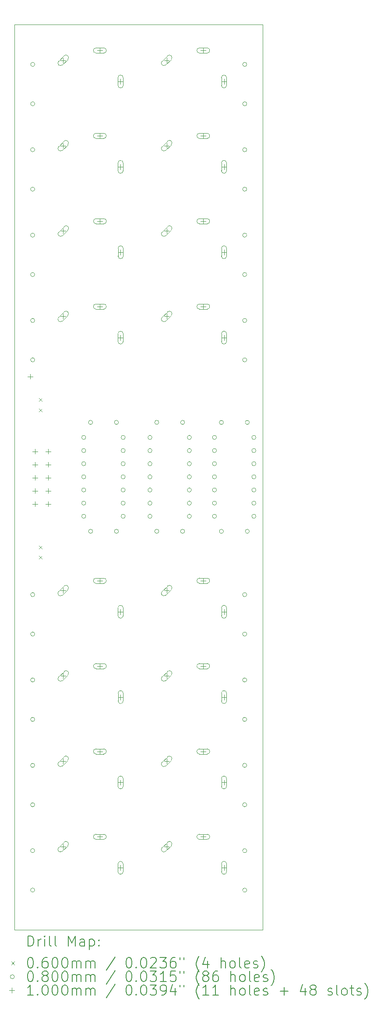
<source format=gbr>
%TF.GenerationSoftware,KiCad,Pcbnew,8.0.3*%
%TF.CreationDate,2024-06-29T17:49:58+02:00*%
%TF.ProjectId,DMH_Buffered_Mult_PCB,444d485f-4275-4666-9665-7265645f4d75,1*%
%TF.SameCoordinates,Original*%
%TF.FileFunction,Drillmap*%
%TF.FilePolarity,Positive*%
%FSLAX45Y45*%
G04 Gerber Fmt 4.5, Leading zero omitted, Abs format (unit mm)*
G04 Created by KiCad (PCBNEW 8.0.3) date 2024-06-29 17:49:58*
%MOMM*%
%LPD*%
G01*
G04 APERTURE LIST*
%ADD10C,0.050000*%
%ADD11C,0.200000*%
%ADD12C,0.100000*%
G04 APERTURE END LIST*
D10*
X2600000Y-3750000D02*
X7400000Y-3750000D01*
X7400000Y-21250000D01*
X2600000Y-21250000D01*
X2600000Y-3750000D01*
D11*
D12*
X3070000Y-10972740D02*
X3130000Y-11032740D01*
X3130000Y-10972740D02*
X3070000Y-11032740D01*
X3070000Y-11172740D02*
X3130000Y-11232740D01*
X3130000Y-11172740D02*
X3070000Y-11232740D01*
X3070000Y-13820000D02*
X3130000Y-13880000D01*
X3130000Y-13820000D02*
X3070000Y-13880000D01*
X3070000Y-14020000D02*
X3130000Y-14080000D01*
X3130000Y-14020000D02*
X3070000Y-14080000D01*
X2990000Y-4519000D02*
G75*
G02*
X2910000Y-4519000I-40000J0D01*
G01*
X2910000Y-4519000D02*
G75*
G02*
X2990000Y-4519000I40000J0D01*
G01*
X2990000Y-5281000D02*
G75*
G02*
X2910000Y-5281000I-40000J0D01*
G01*
X2910000Y-5281000D02*
G75*
G02*
X2990000Y-5281000I40000J0D01*
G01*
X2990000Y-6169000D02*
G75*
G02*
X2910000Y-6169000I-40000J0D01*
G01*
X2910000Y-6169000D02*
G75*
G02*
X2990000Y-6169000I40000J0D01*
G01*
X2990000Y-6931000D02*
G75*
G02*
X2910000Y-6931000I-40000J0D01*
G01*
X2910000Y-6931000D02*
G75*
G02*
X2990000Y-6931000I40000J0D01*
G01*
X2990000Y-7819000D02*
G75*
G02*
X2910000Y-7819000I-40000J0D01*
G01*
X2910000Y-7819000D02*
G75*
G02*
X2990000Y-7819000I40000J0D01*
G01*
X2990000Y-8581000D02*
G75*
G02*
X2910000Y-8581000I-40000J0D01*
G01*
X2910000Y-8581000D02*
G75*
G02*
X2990000Y-8581000I40000J0D01*
G01*
X2990000Y-9469000D02*
G75*
G02*
X2910000Y-9469000I-40000J0D01*
G01*
X2910000Y-9469000D02*
G75*
G02*
X2990000Y-9469000I40000J0D01*
G01*
X2990000Y-10231000D02*
G75*
G02*
X2910000Y-10231000I-40000J0D01*
G01*
X2910000Y-10231000D02*
G75*
G02*
X2990000Y-10231000I40000J0D01*
G01*
X2990000Y-14769000D02*
G75*
G02*
X2910000Y-14769000I-40000J0D01*
G01*
X2910000Y-14769000D02*
G75*
G02*
X2990000Y-14769000I40000J0D01*
G01*
X2990000Y-15531000D02*
G75*
G02*
X2910000Y-15531000I-40000J0D01*
G01*
X2910000Y-15531000D02*
G75*
G02*
X2990000Y-15531000I40000J0D01*
G01*
X2990000Y-16419000D02*
G75*
G02*
X2910000Y-16419000I-40000J0D01*
G01*
X2910000Y-16419000D02*
G75*
G02*
X2990000Y-16419000I40000J0D01*
G01*
X2990000Y-17181000D02*
G75*
G02*
X2910000Y-17181000I-40000J0D01*
G01*
X2910000Y-17181000D02*
G75*
G02*
X2990000Y-17181000I40000J0D01*
G01*
X2990000Y-18069000D02*
G75*
G02*
X2910000Y-18069000I-40000J0D01*
G01*
X2910000Y-18069000D02*
G75*
G02*
X2990000Y-18069000I40000J0D01*
G01*
X2990000Y-18831000D02*
G75*
G02*
X2910000Y-18831000I-40000J0D01*
G01*
X2910000Y-18831000D02*
G75*
G02*
X2990000Y-18831000I40000J0D01*
G01*
X2990000Y-19719000D02*
G75*
G02*
X2910000Y-19719000I-40000J0D01*
G01*
X2910000Y-19719000D02*
G75*
G02*
X2990000Y-19719000I40000J0D01*
G01*
X2990000Y-20481000D02*
G75*
G02*
X2910000Y-20481000I-40000J0D01*
G01*
X2910000Y-20481000D02*
G75*
G02*
X2990000Y-20481000I40000J0D01*
G01*
X3978000Y-11730000D02*
G75*
G02*
X3898000Y-11730000I-40000J0D01*
G01*
X3898000Y-11730000D02*
G75*
G02*
X3978000Y-11730000I40000J0D01*
G01*
X3978000Y-11984000D02*
G75*
G02*
X3898000Y-11984000I-40000J0D01*
G01*
X3898000Y-11984000D02*
G75*
G02*
X3978000Y-11984000I40000J0D01*
G01*
X3978000Y-12238000D02*
G75*
G02*
X3898000Y-12238000I-40000J0D01*
G01*
X3898000Y-12238000D02*
G75*
G02*
X3978000Y-12238000I40000J0D01*
G01*
X3978000Y-12492000D02*
G75*
G02*
X3898000Y-12492000I-40000J0D01*
G01*
X3898000Y-12492000D02*
G75*
G02*
X3978000Y-12492000I40000J0D01*
G01*
X3978000Y-12746000D02*
G75*
G02*
X3898000Y-12746000I-40000J0D01*
G01*
X3898000Y-12746000D02*
G75*
G02*
X3978000Y-12746000I40000J0D01*
G01*
X3978000Y-13000000D02*
G75*
G02*
X3898000Y-13000000I-40000J0D01*
G01*
X3898000Y-13000000D02*
G75*
G02*
X3978000Y-13000000I40000J0D01*
G01*
X3978000Y-13254000D02*
G75*
G02*
X3898000Y-13254000I-40000J0D01*
G01*
X3898000Y-13254000D02*
G75*
G02*
X3978000Y-13254000I40000J0D01*
G01*
X4110000Y-11440000D02*
G75*
G02*
X4030000Y-11440000I-40000J0D01*
G01*
X4030000Y-11440000D02*
G75*
G02*
X4110000Y-11440000I40000J0D01*
G01*
X4110000Y-13545000D02*
G75*
G02*
X4030000Y-13545000I-40000J0D01*
G01*
X4030000Y-13545000D02*
G75*
G02*
X4110000Y-13545000I40000J0D01*
G01*
X4610000Y-11440000D02*
G75*
G02*
X4530000Y-11440000I-40000J0D01*
G01*
X4530000Y-11440000D02*
G75*
G02*
X4610000Y-11440000I40000J0D01*
G01*
X4610000Y-13545000D02*
G75*
G02*
X4530000Y-13545000I-40000J0D01*
G01*
X4530000Y-13545000D02*
G75*
G02*
X4610000Y-13545000I40000J0D01*
G01*
X4740000Y-11730000D02*
G75*
G02*
X4660000Y-11730000I-40000J0D01*
G01*
X4660000Y-11730000D02*
G75*
G02*
X4740000Y-11730000I40000J0D01*
G01*
X4740000Y-11984000D02*
G75*
G02*
X4660000Y-11984000I-40000J0D01*
G01*
X4660000Y-11984000D02*
G75*
G02*
X4740000Y-11984000I40000J0D01*
G01*
X4740000Y-12238000D02*
G75*
G02*
X4660000Y-12238000I-40000J0D01*
G01*
X4660000Y-12238000D02*
G75*
G02*
X4740000Y-12238000I40000J0D01*
G01*
X4740000Y-12492000D02*
G75*
G02*
X4660000Y-12492000I-40000J0D01*
G01*
X4660000Y-12492000D02*
G75*
G02*
X4740000Y-12492000I40000J0D01*
G01*
X4740000Y-12746000D02*
G75*
G02*
X4660000Y-12746000I-40000J0D01*
G01*
X4660000Y-12746000D02*
G75*
G02*
X4740000Y-12746000I40000J0D01*
G01*
X4740000Y-13000000D02*
G75*
G02*
X4660000Y-13000000I-40000J0D01*
G01*
X4660000Y-13000000D02*
G75*
G02*
X4740000Y-13000000I40000J0D01*
G01*
X4740000Y-13254000D02*
G75*
G02*
X4660000Y-13254000I-40000J0D01*
G01*
X4660000Y-13254000D02*
G75*
G02*
X4740000Y-13254000I40000J0D01*
G01*
X5258000Y-11730000D02*
G75*
G02*
X5178000Y-11730000I-40000J0D01*
G01*
X5178000Y-11730000D02*
G75*
G02*
X5258000Y-11730000I40000J0D01*
G01*
X5258000Y-11984000D02*
G75*
G02*
X5178000Y-11984000I-40000J0D01*
G01*
X5178000Y-11984000D02*
G75*
G02*
X5258000Y-11984000I40000J0D01*
G01*
X5258000Y-12238000D02*
G75*
G02*
X5178000Y-12238000I-40000J0D01*
G01*
X5178000Y-12238000D02*
G75*
G02*
X5258000Y-12238000I40000J0D01*
G01*
X5258000Y-12492000D02*
G75*
G02*
X5178000Y-12492000I-40000J0D01*
G01*
X5178000Y-12492000D02*
G75*
G02*
X5258000Y-12492000I40000J0D01*
G01*
X5258000Y-12746000D02*
G75*
G02*
X5178000Y-12746000I-40000J0D01*
G01*
X5178000Y-12746000D02*
G75*
G02*
X5258000Y-12746000I40000J0D01*
G01*
X5258000Y-13000000D02*
G75*
G02*
X5178000Y-13000000I-40000J0D01*
G01*
X5178000Y-13000000D02*
G75*
G02*
X5258000Y-13000000I40000J0D01*
G01*
X5258000Y-13254000D02*
G75*
G02*
X5178000Y-13254000I-40000J0D01*
G01*
X5178000Y-13254000D02*
G75*
G02*
X5258000Y-13254000I40000J0D01*
G01*
X5390000Y-11440000D02*
G75*
G02*
X5310000Y-11440000I-40000J0D01*
G01*
X5310000Y-11440000D02*
G75*
G02*
X5390000Y-11440000I40000J0D01*
G01*
X5390000Y-13545000D02*
G75*
G02*
X5310000Y-13545000I-40000J0D01*
G01*
X5310000Y-13545000D02*
G75*
G02*
X5390000Y-13545000I40000J0D01*
G01*
X5890000Y-11440000D02*
G75*
G02*
X5810000Y-11440000I-40000J0D01*
G01*
X5810000Y-11440000D02*
G75*
G02*
X5890000Y-11440000I40000J0D01*
G01*
X5890000Y-13545000D02*
G75*
G02*
X5810000Y-13545000I-40000J0D01*
G01*
X5810000Y-13545000D02*
G75*
G02*
X5890000Y-13545000I40000J0D01*
G01*
X6020000Y-11730000D02*
G75*
G02*
X5940000Y-11730000I-40000J0D01*
G01*
X5940000Y-11730000D02*
G75*
G02*
X6020000Y-11730000I40000J0D01*
G01*
X6020000Y-11984000D02*
G75*
G02*
X5940000Y-11984000I-40000J0D01*
G01*
X5940000Y-11984000D02*
G75*
G02*
X6020000Y-11984000I40000J0D01*
G01*
X6020000Y-12238000D02*
G75*
G02*
X5940000Y-12238000I-40000J0D01*
G01*
X5940000Y-12238000D02*
G75*
G02*
X6020000Y-12238000I40000J0D01*
G01*
X6020000Y-12492000D02*
G75*
G02*
X5940000Y-12492000I-40000J0D01*
G01*
X5940000Y-12492000D02*
G75*
G02*
X6020000Y-12492000I40000J0D01*
G01*
X6020000Y-12746000D02*
G75*
G02*
X5940000Y-12746000I-40000J0D01*
G01*
X5940000Y-12746000D02*
G75*
G02*
X6020000Y-12746000I40000J0D01*
G01*
X6020000Y-13000000D02*
G75*
G02*
X5940000Y-13000000I-40000J0D01*
G01*
X5940000Y-13000000D02*
G75*
G02*
X6020000Y-13000000I40000J0D01*
G01*
X6020000Y-13254000D02*
G75*
G02*
X5940000Y-13254000I-40000J0D01*
G01*
X5940000Y-13254000D02*
G75*
G02*
X6020000Y-13254000I40000J0D01*
G01*
X6505000Y-11730000D02*
G75*
G02*
X6425000Y-11730000I-40000J0D01*
G01*
X6425000Y-11730000D02*
G75*
G02*
X6505000Y-11730000I40000J0D01*
G01*
X6505000Y-11984000D02*
G75*
G02*
X6425000Y-11984000I-40000J0D01*
G01*
X6425000Y-11984000D02*
G75*
G02*
X6505000Y-11984000I40000J0D01*
G01*
X6505000Y-12238000D02*
G75*
G02*
X6425000Y-12238000I-40000J0D01*
G01*
X6425000Y-12238000D02*
G75*
G02*
X6505000Y-12238000I40000J0D01*
G01*
X6505000Y-12492000D02*
G75*
G02*
X6425000Y-12492000I-40000J0D01*
G01*
X6425000Y-12492000D02*
G75*
G02*
X6505000Y-12492000I40000J0D01*
G01*
X6505000Y-12746000D02*
G75*
G02*
X6425000Y-12746000I-40000J0D01*
G01*
X6425000Y-12746000D02*
G75*
G02*
X6505000Y-12746000I40000J0D01*
G01*
X6505000Y-13000000D02*
G75*
G02*
X6425000Y-13000000I-40000J0D01*
G01*
X6425000Y-13000000D02*
G75*
G02*
X6505000Y-13000000I40000J0D01*
G01*
X6505000Y-13254000D02*
G75*
G02*
X6425000Y-13254000I-40000J0D01*
G01*
X6425000Y-13254000D02*
G75*
G02*
X6505000Y-13254000I40000J0D01*
G01*
X6640000Y-11440000D02*
G75*
G02*
X6560000Y-11440000I-40000J0D01*
G01*
X6560000Y-11440000D02*
G75*
G02*
X6640000Y-11440000I40000J0D01*
G01*
X6640000Y-13545000D02*
G75*
G02*
X6560000Y-13545000I-40000J0D01*
G01*
X6560000Y-13545000D02*
G75*
G02*
X6640000Y-13545000I40000J0D01*
G01*
X7090000Y-4519000D02*
G75*
G02*
X7010000Y-4519000I-40000J0D01*
G01*
X7010000Y-4519000D02*
G75*
G02*
X7090000Y-4519000I40000J0D01*
G01*
X7090000Y-5281000D02*
G75*
G02*
X7010000Y-5281000I-40000J0D01*
G01*
X7010000Y-5281000D02*
G75*
G02*
X7090000Y-5281000I40000J0D01*
G01*
X7090000Y-6169000D02*
G75*
G02*
X7010000Y-6169000I-40000J0D01*
G01*
X7010000Y-6169000D02*
G75*
G02*
X7090000Y-6169000I40000J0D01*
G01*
X7090000Y-6931000D02*
G75*
G02*
X7010000Y-6931000I-40000J0D01*
G01*
X7010000Y-6931000D02*
G75*
G02*
X7090000Y-6931000I40000J0D01*
G01*
X7090000Y-7819000D02*
G75*
G02*
X7010000Y-7819000I-40000J0D01*
G01*
X7010000Y-7819000D02*
G75*
G02*
X7090000Y-7819000I40000J0D01*
G01*
X7090000Y-8581000D02*
G75*
G02*
X7010000Y-8581000I-40000J0D01*
G01*
X7010000Y-8581000D02*
G75*
G02*
X7090000Y-8581000I40000J0D01*
G01*
X7090000Y-9469000D02*
G75*
G02*
X7010000Y-9469000I-40000J0D01*
G01*
X7010000Y-9469000D02*
G75*
G02*
X7090000Y-9469000I40000J0D01*
G01*
X7090000Y-10231000D02*
G75*
G02*
X7010000Y-10231000I-40000J0D01*
G01*
X7010000Y-10231000D02*
G75*
G02*
X7090000Y-10231000I40000J0D01*
G01*
X7090000Y-14769000D02*
G75*
G02*
X7010000Y-14769000I-40000J0D01*
G01*
X7010000Y-14769000D02*
G75*
G02*
X7090000Y-14769000I40000J0D01*
G01*
X7090000Y-15531000D02*
G75*
G02*
X7010000Y-15531000I-40000J0D01*
G01*
X7010000Y-15531000D02*
G75*
G02*
X7090000Y-15531000I40000J0D01*
G01*
X7090000Y-16419000D02*
G75*
G02*
X7010000Y-16419000I-40000J0D01*
G01*
X7010000Y-16419000D02*
G75*
G02*
X7090000Y-16419000I40000J0D01*
G01*
X7090000Y-17181000D02*
G75*
G02*
X7010000Y-17181000I-40000J0D01*
G01*
X7010000Y-17181000D02*
G75*
G02*
X7090000Y-17181000I40000J0D01*
G01*
X7090000Y-18069000D02*
G75*
G02*
X7010000Y-18069000I-40000J0D01*
G01*
X7010000Y-18069000D02*
G75*
G02*
X7090000Y-18069000I40000J0D01*
G01*
X7090000Y-18831000D02*
G75*
G02*
X7010000Y-18831000I-40000J0D01*
G01*
X7010000Y-18831000D02*
G75*
G02*
X7090000Y-18831000I40000J0D01*
G01*
X7090000Y-19719000D02*
G75*
G02*
X7010000Y-19719000I-40000J0D01*
G01*
X7010000Y-19719000D02*
G75*
G02*
X7090000Y-19719000I40000J0D01*
G01*
X7090000Y-20481000D02*
G75*
G02*
X7010000Y-20481000I-40000J0D01*
G01*
X7010000Y-20481000D02*
G75*
G02*
X7090000Y-20481000I40000J0D01*
G01*
X7140000Y-11440000D02*
G75*
G02*
X7060000Y-11440000I-40000J0D01*
G01*
X7060000Y-11440000D02*
G75*
G02*
X7140000Y-11440000I40000J0D01*
G01*
X7140000Y-13545000D02*
G75*
G02*
X7060000Y-13545000I-40000J0D01*
G01*
X7060000Y-13545000D02*
G75*
G02*
X7140000Y-13545000I40000J0D01*
G01*
X7267000Y-11730000D02*
G75*
G02*
X7187000Y-11730000I-40000J0D01*
G01*
X7187000Y-11730000D02*
G75*
G02*
X7267000Y-11730000I40000J0D01*
G01*
X7267000Y-11984000D02*
G75*
G02*
X7187000Y-11984000I-40000J0D01*
G01*
X7187000Y-11984000D02*
G75*
G02*
X7267000Y-11984000I40000J0D01*
G01*
X7267000Y-12238000D02*
G75*
G02*
X7187000Y-12238000I-40000J0D01*
G01*
X7187000Y-12238000D02*
G75*
G02*
X7267000Y-12238000I40000J0D01*
G01*
X7267000Y-12492000D02*
G75*
G02*
X7187000Y-12492000I-40000J0D01*
G01*
X7187000Y-12492000D02*
G75*
G02*
X7267000Y-12492000I40000J0D01*
G01*
X7267000Y-12746000D02*
G75*
G02*
X7187000Y-12746000I-40000J0D01*
G01*
X7187000Y-12746000D02*
G75*
G02*
X7267000Y-12746000I40000J0D01*
G01*
X7267000Y-13000000D02*
G75*
G02*
X7187000Y-13000000I-40000J0D01*
G01*
X7187000Y-13000000D02*
G75*
G02*
X7267000Y-13000000I40000J0D01*
G01*
X7267000Y-13254000D02*
G75*
G02*
X7187000Y-13254000I-40000J0D01*
G01*
X7187000Y-13254000D02*
G75*
G02*
X7267000Y-13254000I40000J0D01*
G01*
X2902283Y-10502283D02*
X2902283Y-10602283D01*
X2852283Y-10552283D02*
X2952283Y-10552283D01*
X2996000Y-11950000D02*
X2996000Y-12050000D01*
X2946000Y-12000000D02*
X3046000Y-12000000D01*
X2996000Y-12204000D02*
X2996000Y-12304000D01*
X2946000Y-12254000D02*
X3046000Y-12254000D01*
X2996000Y-12458000D02*
X2996000Y-12558000D01*
X2946000Y-12508000D02*
X3046000Y-12508000D01*
X2996000Y-12712000D02*
X2996000Y-12812000D01*
X2946000Y-12762000D02*
X3046000Y-12762000D01*
X2996000Y-12966000D02*
X2996000Y-13066000D01*
X2946000Y-13016000D02*
X3046000Y-13016000D01*
X3250000Y-11950000D02*
X3250000Y-12050000D01*
X3200000Y-12000000D02*
X3300000Y-12000000D01*
X3250000Y-12204000D02*
X3250000Y-12304000D01*
X3200000Y-12254000D02*
X3300000Y-12254000D01*
X3250000Y-12458000D02*
X3250000Y-12558000D01*
X3200000Y-12508000D02*
X3300000Y-12508000D01*
X3250000Y-12712000D02*
X3250000Y-12812000D01*
X3200000Y-12762000D02*
X3300000Y-12762000D01*
X3250000Y-12966000D02*
X3250000Y-13066000D01*
X3200000Y-13016000D02*
X3300000Y-13016000D01*
X3540381Y-4390381D02*
X3540381Y-4490381D01*
X3490381Y-4440381D02*
X3590381Y-4440381D01*
X3558059Y-4351993D02*
X3451993Y-4458059D01*
X3522703Y-4528769D02*
G75*
G02*
X3451993Y-4458059I-35355J35355D01*
G01*
X3522703Y-4528769D02*
X3628769Y-4422703D01*
X3628769Y-4422703D02*
G75*
G03*
X3558059Y-4351993I-35355J35355D01*
G01*
X3540381Y-6040381D02*
X3540381Y-6140381D01*
X3490381Y-6090381D02*
X3590381Y-6090381D01*
X3558059Y-6001993D02*
X3451993Y-6108059D01*
X3522703Y-6178769D02*
G75*
G02*
X3451993Y-6108059I-35355J35355D01*
G01*
X3522703Y-6178769D02*
X3628769Y-6072703D01*
X3628769Y-6072703D02*
G75*
G03*
X3558059Y-6001993I-35355J35355D01*
G01*
X3540381Y-9340381D02*
X3540381Y-9440381D01*
X3490381Y-9390381D02*
X3590381Y-9390381D01*
X3558059Y-9301993D02*
X3451993Y-9408059D01*
X3522703Y-9478769D02*
G75*
G02*
X3451993Y-9408059I-35355J35355D01*
G01*
X3522703Y-9478769D02*
X3628769Y-9372703D01*
X3628769Y-9372703D02*
G75*
G03*
X3558059Y-9301993I-35355J35355D01*
G01*
X3540381Y-14640381D02*
X3540381Y-14740381D01*
X3490381Y-14690381D02*
X3590381Y-14690381D01*
X3558059Y-14601993D02*
X3451993Y-14708059D01*
X3522703Y-14778769D02*
G75*
G02*
X3451993Y-14708059I-35355J35355D01*
G01*
X3522703Y-14778769D02*
X3628769Y-14672703D01*
X3628769Y-14672703D02*
G75*
G03*
X3558059Y-14601993I-35355J35355D01*
G01*
X3540381Y-17940381D02*
X3540381Y-18040381D01*
X3490381Y-17990381D02*
X3590381Y-17990381D01*
X3558059Y-17901993D02*
X3451993Y-18008059D01*
X3522703Y-18078769D02*
G75*
G02*
X3451993Y-18008059I-35355J35355D01*
G01*
X3522703Y-18078769D02*
X3628769Y-17972703D01*
X3628769Y-17972703D02*
G75*
G03*
X3558059Y-17901993I-35355J35355D01*
G01*
X3540381Y-19590381D02*
X3540381Y-19690381D01*
X3490381Y-19640381D02*
X3590381Y-19640381D01*
X3558059Y-19551993D02*
X3451993Y-19658059D01*
X3522703Y-19728769D02*
G75*
G02*
X3451993Y-19658059I-35355J35355D01*
G01*
X3522703Y-19728769D02*
X3628769Y-19622703D01*
X3628769Y-19622703D02*
G75*
G03*
X3558059Y-19551993I-35355J35355D01*
G01*
X3541631Y-7690381D02*
X3541631Y-7790381D01*
X3491631Y-7740381D02*
X3591631Y-7740381D01*
X3559309Y-7651993D02*
X3453243Y-7758059D01*
X3523953Y-7828769D02*
G75*
G02*
X3453243Y-7758059I-35355J35355D01*
G01*
X3523953Y-7828769D02*
X3630019Y-7722703D01*
X3630019Y-7722703D02*
G75*
G03*
X3559309Y-7651993I-35355J35355D01*
G01*
X3541631Y-16290381D02*
X3541631Y-16390381D01*
X3491631Y-16340381D02*
X3591631Y-16340381D01*
X3559309Y-16251993D02*
X3453243Y-16358059D01*
X3523953Y-16428769D02*
G75*
G02*
X3453243Y-16358059I-35355J35355D01*
G01*
X3523953Y-16428769D02*
X3630019Y-16322703D01*
X3630019Y-16322703D02*
G75*
G03*
X3559309Y-16251993I-35355J35355D01*
G01*
X4250000Y-4200000D02*
X4250000Y-4300000D01*
X4200000Y-4250000D02*
X4300000Y-4250000D01*
X4175000Y-4300000D02*
X4325000Y-4300000D01*
X4325000Y-4200000D02*
G75*
G02*
X4325000Y-4300000I0J-50000D01*
G01*
X4325000Y-4200000D02*
X4175000Y-4200000D01*
X4175000Y-4200000D02*
G75*
G03*
X4175000Y-4300000I0J-50000D01*
G01*
X4250000Y-5850000D02*
X4250000Y-5950000D01*
X4200000Y-5900000D02*
X4300000Y-5900000D01*
X4175000Y-5950000D02*
X4325000Y-5950000D01*
X4325000Y-5850000D02*
G75*
G02*
X4325000Y-5950000I0J-50000D01*
G01*
X4325000Y-5850000D02*
X4175000Y-5850000D01*
X4175000Y-5850000D02*
G75*
G03*
X4175000Y-5950000I0J-50000D01*
G01*
X4250000Y-9150000D02*
X4250000Y-9250000D01*
X4200000Y-9200000D02*
X4300000Y-9200000D01*
X4175000Y-9250000D02*
X4325000Y-9250000D01*
X4325000Y-9150000D02*
G75*
G02*
X4325000Y-9250000I0J-50000D01*
G01*
X4325000Y-9150000D02*
X4175000Y-9150000D01*
X4175000Y-9150000D02*
G75*
G03*
X4175000Y-9250000I0J-50000D01*
G01*
X4250000Y-14450000D02*
X4250000Y-14550000D01*
X4200000Y-14500000D02*
X4300000Y-14500000D01*
X4175000Y-14550000D02*
X4325000Y-14550000D01*
X4325000Y-14450000D02*
G75*
G02*
X4325000Y-14550000I0J-50000D01*
G01*
X4325000Y-14450000D02*
X4175000Y-14450000D01*
X4175000Y-14450000D02*
G75*
G03*
X4175000Y-14550000I0J-50000D01*
G01*
X4250000Y-17750000D02*
X4250000Y-17850000D01*
X4200000Y-17800000D02*
X4300000Y-17800000D01*
X4175000Y-17850000D02*
X4325000Y-17850000D01*
X4325000Y-17750000D02*
G75*
G02*
X4325000Y-17850000I0J-50000D01*
G01*
X4325000Y-17750000D02*
X4175000Y-17750000D01*
X4175000Y-17750000D02*
G75*
G03*
X4175000Y-17850000I0J-50000D01*
G01*
X4250000Y-19400000D02*
X4250000Y-19500000D01*
X4200000Y-19450000D02*
X4300000Y-19450000D01*
X4175000Y-19500000D02*
X4325000Y-19500000D01*
X4325000Y-19400000D02*
G75*
G02*
X4325000Y-19500000I0J-50000D01*
G01*
X4325000Y-19400000D02*
X4175000Y-19400000D01*
X4175000Y-19400000D02*
G75*
G03*
X4175000Y-19500000I0J-50000D01*
G01*
X4251250Y-7500000D02*
X4251250Y-7600000D01*
X4201250Y-7550000D02*
X4301250Y-7550000D01*
X4176250Y-7600000D02*
X4326250Y-7600000D01*
X4326250Y-7500000D02*
G75*
G02*
X4326250Y-7600000I0J-50000D01*
G01*
X4326250Y-7500000D02*
X4176250Y-7500000D01*
X4176250Y-7500000D02*
G75*
G03*
X4176250Y-7600000I0J-50000D01*
G01*
X4251250Y-16100000D02*
X4251250Y-16200000D01*
X4201250Y-16150000D02*
X4301250Y-16150000D01*
X4176250Y-16200000D02*
X4326250Y-16200000D01*
X4326250Y-16100000D02*
G75*
G02*
X4326250Y-16200000I0J-50000D01*
G01*
X4326250Y-16100000D02*
X4176250Y-16100000D01*
X4176250Y-16100000D02*
G75*
G03*
X4176250Y-16200000I0J-50000D01*
G01*
X4650000Y-4800000D02*
X4650000Y-4900000D01*
X4600000Y-4850000D02*
X4700000Y-4850000D01*
X4600000Y-4775000D02*
X4600000Y-4925000D01*
X4700000Y-4925000D02*
G75*
G02*
X4600000Y-4925000I-50000J0D01*
G01*
X4700000Y-4925000D02*
X4700000Y-4775000D01*
X4700000Y-4775000D02*
G75*
G03*
X4600000Y-4775000I-50000J0D01*
G01*
X4650000Y-6450000D02*
X4650000Y-6550000D01*
X4600000Y-6500000D02*
X4700000Y-6500000D01*
X4600000Y-6425000D02*
X4600000Y-6575000D01*
X4700000Y-6575000D02*
G75*
G02*
X4600000Y-6575000I-50000J0D01*
G01*
X4700000Y-6575000D02*
X4700000Y-6425000D01*
X4700000Y-6425000D02*
G75*
G03*
X4600000Y-6425000I-50000J0D01*
G01*
X4650000Y-9750000D02*
X4650000Y-9850000D01*
X4600000Y-9800000D02*
X4700000Y-9800000D01*
X4600000Y-9725000D02*
X4600000Y-9875000D01*
X4700000Y-9875000D02*
G75*
G02*
X4600000Y-9875000I-50000J0D01*
G01*
X4700000Y-9875000D02*
X4700000Y-9725000D01*
X4700000Y-9725000D02*
G75*
G03*
X4600000Y-9725000I-50000J0D01*
G01*
X4650000Y-15050000D02*
X4650000Y-15150000D01*
X4600000Y-15100000D02*
X4700000Y-15100000D01*
X4600000Y-15025000D02*
X4600000Y-15175000D01*
X4700000Y-15175000D02*
G75*
G02*
X4600000Y-15175000I-50000J0D01*
G01*
X4700000Y-15175000D02*
X4700000Y-15025000D01*
X4700000Y-15025000D02*
G75*
G03*
X4600000Y-15025000I-50000J0D01*
G01*
X4650000Y-18350000D02*
X4650000Y-18450000D01*
X4600000Y-18400000D02*
X4700000Y-18400000D01*
X4600000Y-18325000D02*
X4600000Y-18475000D01*
X4700000Y-18475000D02*
G75*
G02*
X4600000Y-18475000I-50000J0D01*
G01*
X4700000Y-18475000D02*
X4700000Y-18325000D01*
X4700000Y-18325000D02*
G75*
G03*
X4600000Y-18325000I-50000J0D01*
G01*
X4650000Y-20000000D02*
X4650000Y-20100000D01*
X4600000Y-20050000D02*
X4700000Y-20050000D01*
X4600000Y-19975000D02*
X4600000Y-20125000D01*
X4700000Y-20125000D02*
G75*
G02*
X4600000Y-20125000I-50000J0D01*
G01*
X4700000Y-20125000D02*
X4700000Y-19975000D01*
X4700000Y-19975000D02*
G75*
G03*
X4600000Y-19975000I-50000J0D01*
G01*
X4651250Y-8100000D02*
X4651250Y-8200000D01*
X4601250Y-8150000D02*
X4701250Y-8150000D01*
X4601250Y-8075000D02*
X4601250Y-8225000D01*
X4701250Y-8225000D02*
G75*
G02*
X4601250Y-8225000I-50000J0D01*
G01*
X4701250Y-8225000D02*
X4701250Y-8075000D01*
X4701250Y-8075000D02*
G75*
G03*
X4601250Y-8075000I-50000J0D01*
G01*
X4651250Y-16700000D02*
X4651250Y-16800000D01*
X4601250Y-16750000D02*
X4701250Y-16750000D01*
X4601250Y-16675000D02*
X4601250Y-16825000D01*
X4701250Y-16825000D02*
G75*
G02*
X4601250Y-16825000I-50000J0D01*
G01*
X4701250Y-16825000D02*
X4701250Y-16675000D01*
X4701250Y-16675000D02*
G75*
G03*
X4601250Y-16675000I-50000J0D01*
G01*
X5540381Y-4390381D02*
X5540381Y-4490381D01*
X5490381Y-4440381D02*
X5590381Y-4440381D01*
X5558059Y-4351993D02*
X5451993Y-4458059D01*
X5522703Y-4528769D02*
G75*
G02*
X5451993Y-4458059I-35355J35355D01*
G01*
X5522703Y-4528769D02*
X5628769Y-4422703D01*
X5628769Y-4422703D02*
G75*
G03*
X5558059Y-4351993I-35355J35355D01*
G01*
X5540381Y-6040381D02*
X5540381Y-6140381D01*
X5490381Y-6090381D02*
X5590381Y-6090381D01*
X5558059Y-6001993D02*
X5451993Y-6108059D01*
X5522703Y-6178769D02*
G75*
G02*
X5451993Y-6108059I-35355J35355D01*
G01*
X5522703Y-6178769D02*
X5628769Y-6072703D01*
X5628769Y-6072703D02*
G75*
G03*
X5558059Y-6001993I-35355J35355D01*
G01*
X5540381Y-7690381D02*
X5540381Y-7790381D01*
X5490381Y-7740381D02*
X5590381Y-7740381D01*
X5558059Y-7651993D02*
X5451993Y-7758059D01*
X5522703Y-7828769D02*
G75*
G02*
X5451993Y-7758059I-35355J35355D01*
G01*
X5522703Y-7828769D02*
X5628769Y-7722703D01*
X5628769Y-7722703D02*
G75*
G03*
X5558059Y-7651993I-35355J35355D01*
G01*
X5540381Y-9340381D02*
X5540381Y-9440381D01*
X5490381Y-9390381D02*
X5590381Y-9390381D01*
X5558059Y-9301993D02*
X5451993Y-9408059D01*
X5522703Y-9478769D02*
G75*
G02*
X5451993Y-9408059I-35355J35355D01*
G01*
X5522703Y-9478769D02*
X5628769Y-9372703D01*
X5628769Y-9372703D02*
G75*
G03*
X5558059Y-9301993I-35355J35355D01*
G01*
X5540381Y-14640381D02*
X5540381Y-14740381D01*
X5490381Y-14690381D02*
X5590381Y-14690381D01*
X5558059Y-14601993D02*
X5451993Y-14708059D01*
X5522703Y-14778769D02*
G75*
G02*
X5451993Y-14708059I-35355J35355D01*
G01*
X5522703Y-14778769D02*
X5628769Y-14672703D01*
X5628769Y-14672703D02*
G75*
G03*
X5558059Y-14601993I-35355J35355D01*
G01*
X5540381Y-16290381D02*
X5540381Y-16390381D01*
X5490381Y-16340381D02*
X5590381Y-16340381D01*
X5558059Y-16251993D02*
X5451993Y-16358059D01*
X5522703Y-16428769D02*
G75*
G02*
X5451993Y-16358059I-35355J35355D01*
G01*
X5522703Y-16428769D02*
X5628769Y-16322703D01*
X5628769Y-16322703D02*
G75*
G03*
X5558059Y-16251993I-35355J35355D01*
G01*
X5540381Y-17940381D02*
X5540381Y-18040381D01*
X5490381Y-17990381D02*
X5590381Y-17990381D01*
X5558059Y-17901993D02*
X5451993Y-18008059D01*
X5522703Y-18078769D02*
G75*
G02*
X5451993Y-18008059I-35355J35355D01*
G01*
X5522703Y-18078769D02*
X5628769Y-17972703D01*
X5628769Y-17972703D02*
G75*
G03*
X5558059Y-17901993I-35355J35355D01*
G01*
X5540381Y-19590381D02*
X5540381Y-19690381D01*
X5490381Y-19640381D02*
X5590381Y-19640381D01*
X5558059Y-19551993D02*
X5451993Y-19658059D01*
X5522703Y-19728769D02*
G75*
G02*
X5451993Y-19658059I-35355J35355D01*
G01*
X5522703Y-19728769D02*
X5628769Y-19622703D01*
X5628769Y-19622703D02*
G75*
G03*
X5558059Y-19551993I-35355J35355D01*
G01*
X6250000Y-4200000D02*
X6250000Y-4300000D01*
X6200000Y-4250000D02*
X6300000Y-4250000D01*
X6175000Y-4300000D02*
X6325000Y-4300000D01*
X6325000Y-4200000D02*
G75*
G02*
X6325000Y-4300000I0J-50000D01*
G01*
X6325000Y-4200000D02*
X6175000Y-4200000D01*
X6175000Y-4200000D02*
G75*
G03*
X6175000Y-4300000I0J-50000D01*
G01*
X6250000Y-5850000D02*
X6250000Y-5950000D01*
X6200000Y-5900000D02*
X6300000Y-5900000D01*
X6175000Y-5950000D02*
X6325000Y-5950000D01*
X6325000Y-5850000D02*
G75*
G02*
X6325000Y-5950000I0J-50000D01*
G01*
X6325000Y-5850000D02*
X6175000Y-5850000D01*
X6175000Y-5850000D02*
G75*
G03*
X6175000Y-5950000I0J-50000D01*
G01*
X6250000Y-7500000D02*
X6250000Y-7600000D01*
X6200000Y-7550000D02*
X6300000Y-7550000D01*
X6175000Y-7600000D02*
X6325000Y-7600000D01*
X6325000Y-7500000D02*
G75*
G02*
X6325000Y-7600000I0J-50000D01*
G01*
X6325000Y-7500000D02*
X6175000Y-7500000D01*
X6175000Y-7500000D02*
G75*
G03*
X6175000Y-7600000I0J-50000D01*
G01*
X6250000Y-9150000D02*
X6250000Y-9250000D01*
X6200000Y-9200000D02*
X6300000Y-9200000D01*
X6175000Y-9250000D02*
X6325000Y-9250000D01*
X6325000Y-9150000D02*
G75*
G02*
X6325000Y-9250000I0J-50000D01*
G01*
X6325000Y-9150000D02*
X6175000Y-9150000D01*
X6175000Y-9150000D02*
G75*
G03*
X6175000Y-9250000I0J-50000D01*
G01*
X6250000Y-14450000D02*
X6250000Y-14550000D01*
X6200000Y-14500000D02*
X6300000Y-14500000D01*
X6175000Y-14550000D02*
X6325000Y-14550000D01*
X6325000Y-14450000D02*
G75*
G02*
X6325000Y-14550000I0J-50000D01*
G01*
X6325000Y-14450000D02*
X6175000Y-14450000D01*
X6175000Y-14450000D02*
G75*
G03*
X6175000Y-14550000I0J-50000D01*
G01*
X6250000Y-16100000D02*
X6250000Y-16200000D01*
X6200000Y-16150000D02*
X6300000Y-16150000D01*
X6175000Y-16200000D02*
X6325000Y-16200000D01*
X6325000Y-16100000D02*
G75*
G02*
X6325000Y-16200000I0J-50000D01*
G01*
X6325000Y-16100000D02*
X6175000Y-16100000D01*
X6175000Y-16100000D02*
G75*
G03*
X6175000Y-16200000I0J-50000D01*
G01*
X6250000Y-17750000D02*
X6250000Y-17850000D01*
X6200000Y-17800000D02*
X6300000Y-17800000D01*
X6175000Y-17850000D02*
X6325000Y-17850000D01*
X6325000Y-17750000D02*
G75*
G02*
X6325000Y-17850000I0J-50000D01*
G01*
X6325000Y-17750000D02*
X6175000Y-17750000D01*
X6175000Y-17750000D02*
G75*
G03*
X6175000Y-17850000I0J-50000D01*
G01*
X6250000Y-19400000D02*
X6250000Y-19500000D01*
X6200000Y-19450000D02*
X6300000Y-19450000D01*
X6175000Y-19500000D02*
X6325000Y-19500000D01*
X6325000Y-19400000D02*
G75*
G02*
X6325000Y-19500000I0J-50000D01*
G01*
X6325000Y-19400000D02*
X6175000Y-19400000D01*
X6175000Y-19400000D02*
G75*
G03*
X6175000Y-19500000I0J-50000D01*
G01*
X6650000Y-4800000D02*
X6650000Y-4900000D01*
X6600000Y-4850000D02*
X6700000Y-4850000D01*
X6600000Y-4775000D02*
X6600000Y-4925000D01*
X6700000Y-4925000D02*
G75*
G02*
X6600000Y-4925000I-50000J0D01*
G01*
X6700000Y-4925000D02*
X6700000Y-4775000D01*
X6700000Y-4775000D02*
G75*
G03*
X6600000Y-4775000I-50000J0D01*
G01*
X6650000Y-6450000D02*
X6650000Y-6550000D01*
X6600000Y-6500000D02*
X6700000Y-6500000D01*
X6600000Y-6425000D02*
X6600000Y-6575000D01*
X6700000Y-6575000D02*
G75*
G02*
X6600000Y-6575000I-50000J0D01*
G01*
X6700000Y-6575000D02*
X6700000Y-6425000D01*
X6700000Y-6425000D02*
G75*
G03*
X6600000Y-6425000I-50000J0D01*
G01*
X6650000Y-8100000D02*
X6650000Y-8200000D01*
X6600000Y-8150000D02*
X6700000Y-8150000D01*
X6600000Y-8075000D02*
X6600000Y-8225000D01*
X6700000Y-8225000D02*
G75*
G02*
X6600000Y-8225000I-50000J0D01*
G01*
X6700000Y-8225000D02*
X6700000Y-8075000D01*
X6700000Y-8075000D02*
G75*
G03*
X6600000Y-8075000I-50000J0D01*
G01*
X6650000Y-9750000D02*
X6650000Y-9850000D01*
X6600000Y-9800000D02*
X6700000Y-9800000D01*
X6600000Y-9725000D02*
X6600000Y-9875000D01*
X6700000Y-9875000D02*
G75*
G02*
X6600000Y-9875000I-50000J0D01*
G01*
X6700000Y-9875000D02*
X6700000Y-9725000D01*
X6700000Y-9725000D02*
G75*
G03*
X6600000Y-9725000I-50000J0D01*
G01*
X6650000Y-15050000D02*
X6650000Y-15150000D01*
X6600000Y-15100000D02*
X6700000Y-15100000D01*
X6600000Y-15025000D02*
X6600000Y-15175000D01*
X6700000Y-15175000D02*
G75*
G02*
X6600000Y-15175000I-50000J0D01*
G01*
X6700000Y-15175000D02*
X6700000Y-15025000D01*
X6700000Y-15025000D02*
G75*
G03*
X6600000Y-15025000I-50000J0D01*
G01*
X6650000Y-16700000D02*
X6650000Y-16800000D01*
X6600000Y-16750000D02*
X6700000Y-16750000D01*
X6600000Y-16675000D02*
X6600000Y-16825000D01*
X6700000Y-16825000D02*
G75*
G02*
X6600000Y-16825000I-50000J0D01*
G01*
X6700000Y-16825000D02*
X6700000Y-16675000D01*
X6700000Y-16675000D02*
G75*
G03*
X6600000Y-16675000I-50000J0D01*
G01*
X6650000Y-18350000D02*
X6650000Y-18450000D01*
X6600000Y-18400000D02*
X6700000Y-18400000D01*
X6600000Y-18325000D02*
X6600000Y-18475000D01*
X6700000Y-18475000D02*
G75*
G02*
X6600000Y-18475000I-50000J0D01*
G01*
X6700000Y-18475000D02*
X6700000Y-18325000D01*
X6700000Y-18325000D02*
G75*
G03*
X6600000Y-18325000I-50000J0D01*
G01*
X6650000Y-20000000D02*
X6650000Y-20100000D01*
X6600000Y-20050000D02*
X6700000Y-20050000D01*
X6600000Y-19975000D02*
X6600000Y-20125000D01*
X6700000Y-20125000D02*
G75*
G02*
X6600000Y-20125000I-50000J0D01*
G01*
X6700000Y-20125000D02*
X6700000Y-19975000D01*
X6700000Y-19975000D02*
G75*
G03*
X6600000Y-19975000I-50000J0D01*
G01*
D11*
X2858277Y-21563984D02*
X2858277Y-21363984D01*
X2858277Y-21363984D02*
X2905896Y-21363984D01*
X2905896Y-21363984D02*
X2934467Y-21373508D01*
X2934467Y-21373508D02*
X2953515Y-21392555D01*
X2953515Y-21392555D02*
X2963039Y-21411603D01*
X2963039Y-21411603D02*
X2972562Y-21449698D01*
X2972562Y-21449698D02*
X2972562Y-21478270D01*
X2972562Y-21478270D02*
X2963039Y-21516365D01*
X2963039Y-21516365D02*
X2953515Y-21535412D01*
X2953515Y-21535412D02*
X2934467Y-21554460D01*
X2934467Y-21554460D02*
X2905896Y-21563984D01*
X2905896Y-21563984D02*
X2858277Y-21563984D01*
X3058277Y-21563984D02*
X3058277Y-21430650D01*
X3058277Y-21468746D02*
X3067801Y-21449698D01*
X3067801Y-21449698D02*
X3077324Y-21440174D01*
X3077324Y-21440174D02*
X3096372Y-21430650D01*
X3096372Y-21430650D02*
X3115420Y-21430650D01*
X3182086Y-21563984D02*
X3182086Y-21430650D01*
X3182086Y-21363984D02*
X3172562Y-21373508D01*
X3172562Y-21373508D02*
X3182086Y-21383031D01*
X3182086Y-21383031D02*
X3191610Y-21373508D01*
X3191610Y-21373508D02*
X3182086Y-21363984D01*
X3182086Y-21363984D02*
X3182086Y-21383031D01*
X3305896Y-21563984D02*
X3286848Y-21554460D01*
X3286848Y-21554460D02*
X3277324Y-21535412D01*
X3277324Y-21535412D02*
X3277324Y-21363984D01*
X3410658Y-21563984D02*
X3391610Y-21554460D01*
X3391610Y-21554460D02*
X3382086Y-21535412D01*
X3382086Y-21535412D02*
X3382086Y-21363984D01*
X3639229Y-21563984D02*
X3639229Y-21363984D01*
X3639229Y-21363984D02*
X3705896Y-21506841D01*
X3705896Y-21506841D02*
X3772562Y-21363984D01*
X3772562Y-21363984D02*
X3772562Y-21563984D01*
X3953515Y-21563984D02*
X3953515Y-21459222D01*
X3953515Y-21459222D02*
X3943991Y-21440174D01*
X3943991Y-21440174D02*
X3924943Y-21430650D01*
X3924943Y-21430650D02*
X3886848Y-21430650D01*
X3886848Y-21430650D02*
X3867801Y-21440174D01*
X3953515Y-21554460D02*
X3934467Y-21563984D01*
X3934467Y-21563984D02*
X3886848Y-21563984D01*
X3886848Y-21563984D02*
X3867801Y-21554460D01*
X3867801Y-21554460D02*
X3858277Y-21535412D01*
X3858277Y-21535412D02*
X3858277Y-21516365D01*
X3858277Y-21516365D02*
X3867801Y-21497317D01*
X3867801Y-21497317D02*
X3886848Y-21487793D01*
X3886848Y-21487793D02*
X3934467Y-21487793D01*
X3934467Y-21487793D02*
X3953515Y-21478270D01*
X4048753Y-21430650D02*
X4048753Y-21630650D01*
X4048753Y-21440174D02*
X4067801Y-21430650D01*
X4067801Y-21430650D02*
X4105896Y-21430650D01*
X4105896Y-21430650D02*
X4124943Y-21440174D01*
X4124943Y-21440174D02*
X4134467Y-21449698D01*
X4134467Y-21449698D02*
X4143991Y-21468746D01*
X4143991Y-21468746D02*
X4143991Y-21525889D01*
X4143991Y-21525889D02*
X4134467Y-21544936D01*
X4134467Y-21544936D02*
X4124943Y-21554460D01*
X4124943Y-21554460D02*
X4105896Y-21563984D01*
X4105896Y-21563984D02*
X4067801Y-21563984D01*
X4067801Y-21563984D02*
X4048753Y-21554460D01*
X4229705Y-21544936D02*
X4239229Y-21554460D01*
X4239229Y-21554460D02*
X4229705Y-21563984D01*
X4229705Y-21563984D02*
X4220182Y-21554460D01*
X4220182Y-21554460D02*
X4229705Y-21544936D01*
X4229705Y-21544936D02*
X4229705Y-21563984D01*
X4229705Y-21440174D02*
X4239229Y-21449698D01*
X4239229Y-21449698D02*
X4229705Y-21459222D01*
X4229705Y-21459222D02*
X4220182Y-21449698D01*
X4220182Y-21449698D02*
X4229705Y-21440174D01*
X4229705Y-21440174D02*
X4229705Y-21459222D01*
D12*
X2537500Y-21862500D02*
X2597500Y-21922500D01*
X2597500Y-21862500D02*
X2537500Y-21922500D01*
D11*
X2896372Y-21783984D02*
X2915420Y-21783984D01*
X2915420Y-21783984D02*
X2934467Y-21793508D01*
X2934467Y-21793508D02*
X2943991Y-21803031D01*
X2943991Y-21803031D02*
X2953515Y-21822079D01*
X2953515Y-21822079D02*
X2963039Y-21860174D01*
X2963039Y-21860174D02*
X2963039Y-21907793D01*
X2963039Y-21907793D02*
X2953515Y-21945889D01*
X2953515Y-21945889D02*
X2943991Y-21964936D01*
X2943991Y-21964936D02*
X2934467Y-21974460D01*
X2934467Y-21974460D02*
X2915420Y-21983984D01*
X2915420Y-21983984D02*
X2896372Y-21983984D01*
X2896372Y-21983984D02*
X2877324Y-21974460D01*
X2877324Y-21974460D02*
X2867801Y-21964936D01*
X2867801Y-21964936D02*
X2858277Y-21945889D01*
X2858277Y-21945889D02*
X2848753Y-21907793D01*
X2848753Y-21907793D02*
X2848753Y-21860174D01*
X2848753Y-21860174D02*
X2858277Y-21822079D01*
X2858277Y-21822079D02*
X2867801Y-21803031D01*
X2867801Y-21803031D02*
X2877324Y-21793508D01*
X2877324Y-21793508D02*
X2896372Y-21783984D01*
X3048753Y-21964936D02*
X3058277Y-21974460D01*
X3058277Y-21974460D02*
X3048753Y-21983984D01*
X3048753Y-21983984D02*
X3039229Y-21974460D01*
X3039229Y-21974460D02*
X3048753Y-21964936D01*
X3048753Y-21964936D02*
X3048753Y-21983984D01*
X3229705Y-21783984D02*
X3191610Y-21783984D01*
X3191610Y-21783984D02*
X3172562Y-21793508D01*
X3172562Y-21793508D02*
X3163039Y-21803031D01*
X3163039Y-21803031D02*
X3143991Y-21831603D01*
X3143991Y-21831603D02*
X3134467Y-21869698D01*
X3134467Y-21869698D02*
X3134467Y-21945889D01*
X3134467Y-21945889D02*
X3143991Y-21964936D01*
X3143991Y-21964936D02*
X3153515Y-21974460D01*
X3153515Y-21974460D02*
X3172562Y-21983984D01*
X3172562Y-21983984D02*
X3210658Y-21983984D01*
X3210658Y-21983984D02*
X3229705Y-21974460D01*
X3229705Y-21974460D02*
X3239229Y-21964936D01*
X3239229Y-21964936D02*
X3248753Y-21945889D01*
X3248753Y-21945889D02*
X3248753Y-21898270D01*
X3248753Y-21898270D02*
X3239229Y-21879222D01*
X3239229Y-21879222D02*
X3229705Y-21869698D01*
X3229705Y-21869698D02*
X3210658Y-21860174D01*
X3210658Y-21860174D02*
X3172562Y-21860174D01*
X3172562Y-21860174D02*
X3153515Y-21869698D01*
X3153515Y-21869698D02*
X3143991Y-21879222D01*
X3143991Y-21879222D02*
X3134467Y-21898270D01*
X3372562Y-21783984D02*
X3391610Y-21783984D01*
X3391610Y-21783984D02*
X3410658Y-21793508D01*
X3410658Y-21793508D02*
X3420182Y-21803031D01*
X3420182Y-21803031D02*
X3429705Y-21822079D01*
X3429705Y-21822079D02*
X3439229Y-21860174D01*
X3439229Y-21860174D02*
X3439229Y-21907793D01*
X3439229Y-21907793D02*
X3429705Y-21945889D01*
X3429705Y-21945889D02*
X3420182Y-21964936D01*
X3420182Y-21964936D02*
X3410658Y-21974460D01*
X3410658Y-21974460D02*
X3391610Y-21983984D01*
X3391610Y-21983984D02*
X3372562Y-21983984D01*
X3372562Y-21983984D02*
X3353515Y-21974460D01*
X3353515Y-21974460D02*
X3343991Y-21964936D01*
X3343991Y-21964936D02*
X3334467Y-21945889D01*
X3334467Y-21945889D02*
X3324943Y-21907793D01*
X3324943Y-21907793D02*
X3324943Y-21860174D01*
X3324943Y-21860174D02*
X3334467Y-21822079D01*
X3334467Y-21822079D02*
X3343991Y-21803031D01*
X3343991Y-21803031D02*
X3353515Y-21793508D01*
X3353515Y-21793508D02*
X3372562Y-21783984D01*
X3563039Y-21783984D02*
X3582086Y-21783984D01*
X3582086Y-21783984D02*
X3601134Y-21793508D01*
X3601134Y-21793508D02*
X3610658Y-21803031D01*
X3610658Y-21803031D02*
X3620182Y-21822079D01*
X3620182Y-21822079D02*
X3629705Y-21860174D01*
X3629705Y-21860174D02*
X3629705Y-21907793D01*
X3629705Y-21907793D02*
X3620182Y-21945889D01*
X3620182Y-21945889D02*
X3610658Y-21964936D01*
X3610658Y-21964936D02*
X3601134Y-21974460D01*
X3601134Y-21974460D02*
X3582086Y-21983984D01*
X3582086Y-21983984D02*
X3563039Y-21983984D01*
X3563039Y-21983984D02*
X3543991Y-21974460D01*
X3543991Y-21974460D02*
X3534467Y-21964936D01*
X3534467Y-21964936D02*
X3524943Y-21945889D01*
X3524943Y-21945889D02*
X3515420Y-21907793D01*
X3515420Y-21907793D02*
X3515420Y-21860174D01*
X3515420Y-21860174D02*
X3524943Y-21822079D01*
X3524943Y-21822079D02*
X3534467Y-21803031D01*
X3534467Y-21803031D02*
X3543991Y-21793508D01*
X3543991Y-21793508D02*
X3563039Y-21783984D01*
X3715420Y-21983984D02*
X3715420Y-21850650D01*
X3715420Y-21869698D02*
X3724943Y-21860174D01*
X3724943Y-21860174D02*
X3743991Y-21850650D01*
X3743991Y-21850650D02*
X3772563Y-21850650D01*
X3772563Y-21850650D02*
X3791610Y-21860174D01*
X3791610Y-21860174D02*
X3801134Y-21879222D01*
X3801134Y-21879222D02*
X3801134Y-21983984D01*
X3801134Y-21879222D02*
X3810658Y-21860174D01*
X3810658Y-21860174D02*
X3829705Y-21850650D01*
X3829705Y-21850650D02*
X3858277Y-21850650D01*
X3858277Y-21850650D02*
X3877324Y-21860174D01*
X3877324Y-21860174D02*
X3886848Y-21879222D01*
X3886848Y-21879222D02*
X3886848Y-21983984D01*
X3982086Y-21983984D02*
X3982086Y-21850650D01*
X3982086Y-21869698D02*
X3991610Y-21860174D01*
X3991610Y-21860174D02*
X4010658Y-21850650D01*
X4010658Y-21850650D02*
X4039229Y-21850650D01*
X4039229Y-21850650D02*
X4058277Y-21860174D01*
X4058277Y-21860174D02*
X4067801Y-21879222D01*
X4067801Y-21879222D02*
X4067801Y-21983984D01*
X4067801Y-21879222D02*
X4077324Y-21860174D01*
X4077324Y-21860174D02*
X4096372Y-21850650D01*
X4096372Y-21850650D02*
X4124943Y-21850650D01*
X4124943Y-21850650D02*
X4143991Y-21860174D01*
X4143991Y-21860174D02*
X4153515Y-21879222D01*
X4153515Y-21879222D02*
X4153515Y-21983984D01*
X4543991Y-21774460D02*
X4372563Y-22031603D01*
X4801134Y-21783984D02*
X4820182Y-21783984D01*
X4820182Y-21783984D02*
X4839229Y-21793508D01*
X4839229Y-21793508D02*
X4848753Y-21803031D01*
X4848753Y-21803031D02*
X4858277Y-21822079D01*
X4858277Y-21822079D02*
X4867801Y-21860174D01*
X4867801Y-21860174D02*
X4867801Y-21907793D01*
X4867801Y-21907793D02*
X4858277Y-21945889D01*
X4858277Y-21945889D02*
X4848753Y-21964936D01*
X4848753Y-21964936D02*
X4839229Y-21974460D01*
X4839229Y-21974460D02*
X4820182Y-21983984D01*
X4820182Y-21983984D02*
X4801134Y-21983984D01*
X4801134Y-21983984D02*
X4782087Y-21974460D01*
X4782087Y-21974460D02*
X4772563Y-21964936D01*
X4772563Y-21964936D02*
X4763039Y-21945889D01*
X4763039Y-21945889D02*
X4753515Y-21907793D01*
X4753515Y-21907793D02*
X4753515Y-21860174D01*
X4753515Y-21860174D02*
X4763039Y-21822079D01*
X4763039Y-21822079D02*
X4772563Y-21803031D01*
X4772563Y-21803031D02*
X4782087Y-21793508D01*
X4782087Y-21793508D02*
X4801134Y-21783984D01*
X4953515Y-21964936D02*
X4963039Y-21974460D01*
X4963039Y-21974460D02*
X4953515Y-21983984D01*
X4953515Y-21983984D02*
X4943991Y-21974460D01*
X4943991Y-21974460D02*
X4953515Y-21964936D01*
X4953515Y-21964936D02*
X4953515Y-21983984D01*
X5086848Y-21783984D02*
X5105896Y-21783984D01*
X5105896Y-21783984D02*
X5124944Y-21793508D01*
X5124944Y-21793508D02*
X5134468Y-21803031D01*
X5134468Y-21803031D02*
X5143991Y-21822079D01*
X5143991Y-21822079D02*
X5153515Y-21860174D01*
X5153515Y-21860174D02*
X5153515Y-21907793D01*
X5153515Y-21907793D02*
X5143991Y-21945889D01*
X5143991Y-21945889D02*
X5134468Y-21964936D01*
X5134468Y-21964936D02*
X5124944Y-21974460D01*
X5124944Y-21974460D02*
X5105896Y-21983984D01*
X5105896Y-21983984D02*
X5086848Y-21983984D01*
X5086848Y-21983984D02*
X5067801Y-21974460D01*
X5067801Y-21974460D02*
X5058277Y-21964936D01*
X5058277Y-21964936D02*
X5048753Y-21945889D01*
X5048753Y-21945889D02*
X5039229Y-21907793D01*
X5039229Y-21907793D02*
X5039229Y-21860174D01*
X5039229Y-21860174D02*
X5048753Y-21822079D01*
X5048753Y-21822079D02*
X5058277Y-21803031D01*
X5058277Y-21803031D02*
X5067801Y-21793508D01*
X5067801Y-21793508D02*
X5086848Y-21783984D01*
X5229706Y-21803031D02*
X5239229Y-21793508D01*
X5239229Y-21793508D02*
X5258277Y-21783984D01*
X5258277Y-21783984D02*
X5305896Y-21783984D01*
X5305896Y-21783984D02*
X5324944Y-21793508D01*
X5324944Y-21793508D02*
X5334468Y-21803031D01*
X5334468Y-21803031D02*
X5343991Y-21822079D01*
X5343991Y-21822079D02*
X5343991Y-21841127D01*
X5343991Y-21841127D02*
X5334468Y-21869698D01*
X5334468Y-21869698D02*
X5220182Y-21983984D01*
X5220182Y-21983984D02*
X5343991Y-21983984D01*
X5410658Y-21783984D02*
X5534468Y-21783984D01*
X5534468Y-21783984D02*
X5467801Y-21860174D01*
X5467801Y-21860174D02*
X5496372Y-21860174D01*
X5496372Y-21860174D02*
X5515420Y-21869698D01*
X5515420Y-21869698D02*
X5524944Y-21879222D01*
X5524944Y-21879222D02*
X5534468Y-21898270D01*
X5534468Y-21898270D02*
X5534468Y-21945889D01*
X5534468Y-21945889D02*
X5524944Y-21964936D01*
X5524944Y-21964936D02*
X5515420Y-21974460D01*
X5515420Y-21974460D02*
X5496372Y-21983984D01*
X5496372Y-21983984D02*
X5439229Y-21983984D01*
X5439229Y-21983984D02*
X5420182Y-21974460D01*
X5420182Y-21974460D02*
X5410658Y-21964936D01*
X5705896Y-21783984D02*
X5667801Y-21783984D01*
X5667801Y-21783984D02*
X5648753Y-21793508D01*
X5648753Y-21793508D02*
X5639229Y-21803031D01*
X5639229Y-21803031D02*
X5620182Y-21831603D01*
X5620182Y-21831603D02*
X5610658Y-21869698D01*
X5610658Y-21869698D02*
X5610658Y-21945889D01*
X5610658Y-21945889D02*
X5620182Y-21964936D01*
X5620182Y-21964936D02*
X5629706Y-21974460D01*
X5629706Y-21974460D02*
X5648753Y-21983984D01*
X5648753Y-21983984D02*
X5686848Y-21983984D01*
X5686848Y-21983984D02*
X5705896Y-21974460D01*
X5705896Y-21974460D02*
X5715420Y-21964936D01*
X5715420Y-21964936D02*
X5724944Y-21945889D01*
X5724944Y-21945889D02*
X5724944Y-21898270D01*
X5724944Y-21898270D02*
X5715420Y-21879222D01*
X5715420Y-21879222D02*
X5705896Y-21869698D01*
X5705896Y-21869698D02*
X5686848Y-21860174D01*
X5686848Y-21860174D02*
X5648753Y-21860174D01*
X5648753Y-21860174D02*
X5629706Y-21869698D01*
X5629706Y-21869698D02*
X5620182Y-21879222D01*
X5620182Y-21879222D02*
X5610658Y-21898270D01*
X5801134Y-21783984D02*
X5801134Y-21822079D01*
X5877325Y-21783984D02*
X5877325Y-21822079D01*
X6172563Y-22060174D02*
X6163039Y-22050650D01*
X6163039Y-22050650D02*
X6143991Y-22022079D01*
X6143991Y-22022079D02*
X6134468Y-22003031D01*
X6134468Y-22003031D02*
X6124944Y-21974460D01*
X6124944Y-21974460D02*
X6115420Y-21926841D01*
X6115420Y-21926841D02*
X6115420Y-21888746D01*
X6115420Y-21888746D02*
X6124944Y-21841127D01*
X6124944Y-21841127D02*
X6134468Y-21812555D01*
X6134468Y-21812555D02*
X6143991Y-21793508D01*
X6143991Y-21793508D02*
X6163039Y-21764936D01*
X6163039Y-21764936D02*
X6172563Y-21755412D01*
X6334468Y-21850650D02*
X6334468Y-21983984D01*
X6286848Y-21774460D02*
X6239229Y-21917317D01*
X6239229Y-21917317D02*
X6363039Y-21917317D01*
X6591610Y-21983984D02*
X6591610Y-21783984D01*
X6677325Y-21983984D02*
X6677325Y-21879222D01*
X6677325Y-21879222D02*
X6667801Y-21860174D01*
X6667801Y-21860174D02*
X6648753Y-21850650D01*
X6648753Y-21850650D02*
X6620182Y-21850650D01*
X6620182Y-21850650D02*
X6601134Y-21860174D01*
X6601134Y-21860174D02*
X6591610Y-21869698D01*
X6801134Y-21983984D02*
X6782087Y-21974460D01*
X6782087Y-21974460D02*
X6772563Y-21964936D01*
X6772563Y-21964936D02*
X6763039Y-21945889D01*
X6763039Y-21945889D02*
X6763039Y-21888746D01*
X6763039Y-21888746D02*
X6772563Y-21869698D01*
X6772563Y-21869698D02*
X6782087Y-21860174D01*
X6782087Y-21860174D02*
X6801134Y-21850650D01*
X6801134Y-21850650D02*
X6829706Y-21850650D01*
X6829706Y-21850650D02*
X6848753Y-21860174D01*
X6848753Y-21860174D02*
X6858277Y-21869698D01*
X6858277Y-21869698D02*
X6867801Y-21888746D01*
X6867801Y-21888746D02*
X6867801Y-21945889D01*
X6867801Y-21945889D02*
X6858277Y-21964936D01*
X6858277Y-21964936D02*
X6848753Y-21974460D01*
X6848753Y-21974460D02*
X6829706Y-21983984D01*
X6829706Y-21983984D02*
X6801134Y-21983984D01*
X6982087Y-21983984D02*
X6963039Y-21974460D01*
X6963039Y-21974460D02*
X6953515Y-21955412D01*
X6953515Y-21955412D02*
X6953515Y-21783984D01*
X7134468Y-21974460D02*
X7115420Y-21983984D01*
X7115420Y-21983984D02*
X7077325Y-21983984D01*
X7077325Y-21983984D02*
X7058277Y-21974460D01*
X7058277Y-21974460D02*
X7048753Y-21955412D01*
X7048753Y-21955412D02*
X7048753Y-21879222D01*
X7048753Y-21879222D02*
X7058277Y-21860174D01*
X7058277Y-21860174D02*
X7077325Y-21850650D01*
X7077325Y-21850650D02*
X7115420Y-21850650D01*
X7115420Y-21850650D02*
X7134468Y-21860174D01*
X7134468Y-21860174D02*
X7143991Y-21879222D01*
X7143991Y-21879222D02*
X7143991Y-21898270D01*
X7143991Y-21898270D02*
X7048753Y-21917317D01*
X7220182Y-21974460D02*
X7239230Y-21983984D01*
X7239230Y-21983984D02*
X7277325Y-21983984D01*
X7277325Y-21983984D02*
X7296372Y-21974460D01*
X7296372Y-21974460D02*
X7305896Y-21955412D01*
X7305896Y-21955412D02*
X7305896Y-21945889D01*
X7305896Y-21945889D02*
X7296372Y-21926841D01*
X7296372Y-21926841D02*
X7277325Y-21917317D01*
X7277325Y-21917317D02*
X7248753Y-21917317D01*
X7248753Y-21917317D02*
X7229706Y-21907793D01*
X7229706Y-21907793D02*
X7220182Y-21888746D01*
X7220182Y-21888746D02*
X7220182Y-21879222D01*
X7220182Y-21879222D02*
X7229706Y-21860174D01*
X7229706Y-21860174D02*
X7248753Y-21850650D01*
X7248753Y-21850650D02*
X7277325Y-21850650D01*
X7277325Y-21850650D02*
X7296372Y-21860174D01*
X7372563Y-22060174D02*
X7382087Y-22050650D01*
X7382087Y-22050650D02*
X7401134Y-22022079D01*
X7401134Y-22022079D02*
X7410658Y-22003031D01*
X7410658Y-22003031D02*
X7420182Y-21974460D01*
X7420182Y-21974460D02*
X7429706Y-21926841D01*
X7429706Y-21926841D02*
X7429706Y-21888746D01*
X7429706Y-21888746D02*
X7420182Y-21841127D01*
X7420182Y-21841127D02*
X7410658Y-21812555D01*
X7410658Y-21812555D02*
X7401134Y-21793508D01*
X7401134Y-21793508D02*
X7382087Y-21764936D01*
X7382087Y-21764936D02*
X7372563Y-21755412D01*
D12*
X2597500Y-22156500D02*
G75*
G02*
X2517500Y-22156500I-40000J0D01*
G01*
X2517500Y-22156500D02*
G75*
G02*
X2597500Y-22156500I40000J0D01*
G01*
D11*
X2896372Y-22047984D02*
X2915420Y-22047984D01*
X2915420Y-22047984D02*
X2934467Y-22057508D01*
X2934467Y-22057508D02*
X2943991Y-22067031D01*
X2943991Y-22067031D02*
X2953515Y-22086079D01*
X2953515Y-22086079D02*
X2963039Y-22124174D01*
X2963039Y-22124174D02*
X2963039Y-22171793D01*
X2963039Y-22171793D02*
X2953515Y-22209889D01*
X2953515Y-22209889D02*
X2943991Y-22228936D01*
X2943991Y-22228936D02*
X2934467Y-22238460D01*
X2934467Y-22238460D02*
X2915420Y-22247984D01*
X2915420Y-22247984D02*
X2896372Y-22247984D01*
X2896372Y-22247984D02*
X2877324Y-22238460D01*
X2877324Y-22238460D02*
X2867801Y-22228936D01*
X2867801Y-22228936D02*
X2858277Y-22209889D01*
X2858277Y-22209889D02*
X2848753Y-22171793D01*
X2848753Y-22171793D02*
X2848753Y-22124174D01*
X2848753Y-22124174D02*
X2858277Y-22086079D01*
X2858277Y-22086079D02*
X2867801Y-22067031D01*
X2867801Y-22067031D02*
X2877324Y-22057508D01*
X2877324Y-22057508D02*
X2896372Y-22047984D01*
X3048753Y-22228936D02*
X3058277Y-22238460D01*
X3058277Y-22238460D02*
X3048753Y-22247984D01*
X3048753Y-22247984D02*
X3039229Y-22238460D01*
X3039229Y-22238460D02*
X3048753Y-22228936D01*
X3048753Y-22228936D02*
X3048753Y-22247984D01*
X3172562Y-22133698D02*
X3153515Y-22124174D01*
X3153515Y-22124174D02*
X3143991Y-22114650D01*
X3143991Y-22114650D02*
X3134467Y-22095603D01*
X3134467Y-22095603D02*
X3134467Y-22086079D01*
X3134467Y-22086079D02*
X3143991Y-22067031D01*
X3143991Y-22067031D02*
X3153515Y-22057508D01*
X3153515Y-22057508D02*
X3172562Y-22047984D01*
X3172562Y-22047984D02*
X3210658Y-22047984D01*
X3210658Y-22047984D02*
X3229705Y-22057508D01*
X3229705Y-22057508D02*
X3239229Y-22067031D01*
X3239229Y-22067031D02*
X3248753Y-22086079D01*
X3248753Y-22086079D02*
X3248753Y-22095603D01*
X3248753Y-22095603D02*
X3239229Y-22114650D01*
X3239229Y-22114650D02*
X3229705Y-22124174D01*
X3229705Y-22124174D02*
X3210658Y-22133698D01*
X3210658Y-22133698D02*
X3172562Y-22133698D01*
X3172562Y-22133698D02*
X3153515Y-22143222D01*
X3153515Y-22143222D02*
X3143991Y-22152746D01*
X3143991Y-22152746D02*
X3134467Y-22171793D01*
X3134467Y-22171793D02*
X3134467Y-22209889D01*
X3134467Y-22209889D02*
X3143991Y-22228936D01*
X3143991Y-22228936D02*
X3153515Y-22238460D01*
X3153515Y-22238460D02*
X3172562Y-22247984D01*
X3172562Y-22247984D02*
X3210658Y-22247984D01*
X3210658Y-22247984D02*
X3229705Y-22238460D01*
X3229705Y-22238460D02*
X3239229Y-22228936D01*
X3239229Y-22228936D02*
X3248753Y-22209889D01*
X3248753Y-22209889D02*
X3248753Y-22171793D01*
X3248753Y-22171793D02*
X3239229Y-22152746D01*
X3239229Y-22152746D02*
X3229705Y-22143222D01*
X3229705Y-22143222D02*
X3210658Y-22133698D01*
X3372562Y-22047984D02*
X3391610Y-22047984D01*
X3391610Y-22047984D02*
X3410658Y-22057508D01*
X3410658Y-22057508D02*
X3420182Y-22067031D01*
X3420182Y-22067031D02*
X3429705Y-22086079D01*
X3429705Y-22086079D02*
X3439229Y-22124174D01*
X3439229Y-22124174D02*
X3439229Y-22171793D01*
X3439229Y-22171793D02*
X3429705Y-22209889D01*
X3429705Y-22209889D02*
X3420182Y-22228936D01*
X3420182Y-22228936D02*
X3410658Y-22238460D01*
X3410658Y-22238460D02*
X3391610Y-22247984D01*
X3391610Y-22247984D02*
X3372562Y-22247984D01*
X3372562Y-22247984D02*
X3353515Y-22238460D01*
X3353515Y-22238460D02*
X3343991Y-22228936D01*
X3343991Y-22228936D02*
X3334467Y-22209889D01*
X3334467Y-22209889D02*
X3324943Y-22171793D01*
X3324943Y-22171793D02*
X3324943Y-22124174D01*
X3324943Y-22124174D02*
X3334467Y-22086079D01*
X3334467Y-22086079D02*
X3343991Y-22067031D01*
X3343991Y-22067031D02*
X3353515Y-22057508D01*
X3353515Y-22057508D02*
X3372562Y-22047984D01*
X3563039Y-22047984D02*
X3582086Y-22047984D01*
X3582086Y-22047984D02*
X3601134Y-22057508D01*
X3601134Y-22057508D02*
X3610658Y-22067031D01*
X3610658Y-22067031D02*
X3620182Y-22086079D01*
X3620182Y-22086079D02*
X3629705Y-22124174D01*
X3629705Y-22124174D02*
X3629705Y-22171793D01*
X3629705Y-22171793D02*
X3620182Y-22209889D01*
X3620182Y-22209889D02*
X3610658Y-22228936D01*
X3610658Y-22228936D02*
X3601134Y-22238460D01*
X3601134Y-22238460D02*
X3582086Y-22247984D01*
X3582086Y-22247984D02*
X3563039Y-22247984D01*
X3563039Y-22247984D02*
X3543991Y-22238460D01*
X3543991Y-22238460D02*
X3534467Y-22228936D01*
X3534467Y-22228936D02*
X3524943Y-22209889D01*
X3524943Y-22209889D02*
X3515420Y-22171793D01*
X3515420Y-22171793D02*
X3515420Y-22124174D01*
X3515420Y-22124174D02*
X3524943Y-22086079D01*
X3524943Y-22086079D02*
X3534467Y-22067031D01*
X3534467Y-22067031D02*
X3543991Y-22057508D01*
X3543991Y-22057508D02*
X3563039Y-22047984D01*
X3715420Y-22247984D02*
X3715420Y-22114650D01*
X3715420Y-22133698D02*
X3724943Y-22124174D01*
X3724943Y-22124174D02*
X3743991Y-22114650D01*
X3743991Y-22114650D02*
X3772563Y-22114650D01*
X3772563Y-22114650D02*
X3791610Y-22124174D01*
X3791610Y-22124174D02*
X3801134Y-22143222D01*
X3801134Y-22143222D02*
X3801134Y-22247984D01*
X3801134Y-22143222D02*
X3810658Y-22124174D01*
X3810658Y-22124174D02*
X3829705Y-22114650D01*
X3829705Y-22114650D02*
X3858277Y-22114650D01*
X3858277Y-22114650D02*
X3877324Y-22124174D01*
X3877324Y-22124174D02*
X3886848Y-22143222D01*
X3886848Y-22143222D02*
X3886848Y-22247984D01*
X3982086Y-22247984D02*
X3982086Y-22114650D01*
X3982086Y-22133698D02*
X3991610Y-22124174D01*
X3991610Y-22124174D02*
X4010658Y-22114650D01*
X4010658Y-22114650D02*
X4039229Y-22114650D01*
X4039229Y-22114650D02*
X4058277Y-22124174D01*
X4058277Y-22124174D02*
X4067801Y-22143222D01*
X4067801Y-22143222D02*
X4067801Y-22247984D01*
X4067801Y-22143222D02*
X4077324Y-22124174D01*
X4077324Y-22124174D02*
X4096372Y-22114650D01*
X4096372Y-22114650D02*
X4124943Y-22114650D01*
X4124943Y-22114650D02*
X4143991Y-22124174D01*
X4143991Y-22124174D02*
X4153515Y-22143222D01*
X4153515Y-22143222D02*
X4153515Y-22247984D01*
X4543991Y-22038460D02*
X4372563Y-22295603D01*
X4801134Y-22047984D02*
X4820182Y-22047984D01*
X4820182Y-22047984D02*
X4839229Y-22057508D01*
X4839229Y-22057508D02*
X4848753Y-22067031D01*
X4848753Y-22067031D02*
X4858277Y-22086079D01*
X4858277Y-22086079D02*
X4867801Y-22124174D01*
X4867801Y-22124174D02*
X4867801Y-22171793D01*
X4867801Y-22171793D02*
X4858277Y-22209889D01*
X4858277Y-22209889D02*
X4848753Y-22228936D01*
X4848753Y-22228936D02*
X4839229Y-22238460D01*
X4839229Y-22238460D02*
X4820182Y-22247984D01*
X4820182Y-22247984D02*
X4801134Y-22247984D01*
X4801134Y-22247984D02*
X4782087Y-22238460D01*
X4782087Y-22238460D02*
X4772563Y-22228936D01*
X4772563Y-22228936D02*
X4763039Y-22209889D01*
X4763039Y-22209889D02*
X4753515Y-22171793D01*
X4753515Y-22171793D02*
X4753515Y-22124174D01*
X4753515Y-22124174D02*
X4763039Y-22086079D01*
X4763039Y-22086079D02*
X4772563Y-22067031D01*
X4772563Y-22067031D02*
X4782087Y-22057508D01*
X4782087Y-22057508D02*
X4801134Y-22047984D01*
X4953515Y-22228936D02*
X4963039Y-22238460D01*
X4963039Y-22238460D02*
X4953515Y-22247984D01*
X4953515Y-22247984D02*
X4943991Y-22238460D01*
X4943991Y-22238460D02*
X4953515Y-22228936D01*
X4953515Y-22228936D02*
X4953515Y-22247984D01*
X5086848Y-22047984D02*
X5105896Y-22047984D01*
X5105896Y-22047984D02*
X5124944Y-22057508D01*
X5124944Y-22057508D02*
X5134468Y-22067031D01*
X5134468Y-22067031D02*
X5143991Y-22086079D01*
X5143991Y-22086079D02*
X5153515Y-22124174D01*
X5153515Y-22124174D02*
X5153515Y-22171793D01*
X5153515Y-22171793D02*
X5143991Y-22209889D01*
X5143991Y-22209889D02*
X5134468Y-22228936D01*
X5134468Y-22228936D02*
X5124944Y-22238460D01*
X5124944Y-22238460D02*
X5105896Y-22247984D01*
X5105896Y-22247984D02*
X5086848Y-22247984D01*
X5086848Y-22247984D02*
X5067801Y-22238460D01*
X5067801Y-22238460D02*
X5058277Y-22228936D01*
X5058277Y-22228936D02*
X5048753Y-22209889D01*
X5048753Y-22209889D02*
X5039229Y-22171793D01*
X5039229Y-22171793D02*
X5039229Y-22124174D01*
X5039229Y-22124174D02*
X5048753Y-22086079D01*
X5048753Y-22086079D02*
X5058277Y-22067031D01*
X5058277Y-22067031D02*
X5067801Y-22057508D01*
X5067801Y-22057508D02*
X5086848Y-22047984D01*
X5220182Y-22047984D02*
X5343991Y-22047984D01*
X5343991Y-22047984D02*
X5277325Y-22124174D01*
X5277325Y-22124174D02*
X5305896Y-22124174D01*
X5305896Y-22124174D02*
X5324944Y-22133698D01*
X5324944Y-22133698D02*
X5334468Y-22143222D01*
X5334468Y-22143222D02*
X5343991Y-22162270D01*
X5343991Y-22162270D02*
X5343991Y-22209889D01*
X5343991Y-22209889D02*
X5334468Y-22228936D01*
X5334468Y-22228936D02*
X5324944Y-22238460D01*
X5324944Y-22238460D02*
X5305896Y-22247984D01*
X5305896Y-22247984D02*
X5248753Y-22247984D01*
X5248753Y-22247984D02*
X5229706Y-22238460D01*
X5229706Y-22238460D02*
X5220182Y-22228936D01*
X5534468Y-22247984D02*
X5420182Y-22247984D01*
X5477325Y-22247984D02*
X5477325Y-22047984D01*
X5477325Y-22047984D02*
X5458277Y-22076555D01*
X5458277Y-22076555D02*
X5439229Y-22095603D01*
X5439229Y-22095603D02*
X5420182Y-22105127D01*
X5715420Y-22047984D02*
X5620182Y-22047984D01*
X5620182Y-22047984D02*
X5610658Y-22143222D01*
X5610658Y-22143222D02*
X5620182Y-22133698D01*
X5620182Y-22133698D02*
X5639229Y-22124174D01*
X5639229Y-22124174D02*
X5686848Y-22124174D01*
X5686848Y-22124174D02*
X5705896Y-22133698D01*
X5705896Y-22133698D02*
X5715420Y-22143222D01*
X5715420Y-22143222D02*
X5724944Y-22162270D01*
X5724944Y-22162270D02*
X5724944Y-22209889D01*
X5724944Y-22209889D02*
X5715420Y-22228936D01*
X5715420Y-22228936D02*
X5705896Y-22238460D01*
X5705896Y-22238460D02*
X5686848Y-22247984D01*
X5686848Y-22247984D02*
X5639229Y-22247984D01*
X5639229Y-22247984D02*
X5620182Y-22238460D01*
X5620182Y-22238460D02*
X5610658Y-22228936D01*
X5801134Y-22047984D02*
X5801134Y-22086079D01*
X5877325Y-22047984D02*
X5877325Y-22086079D01*
X6172563Y-22324174D02*
X6163039Y-22314650D01*
X6163039Y-22314650D02*
X6143991Y-22286079D01*
X6143991Y-22286079D02*
X6134468Y-22267031D01*
X6134468Y-22267031D02*
X6124944Y-22238460D01*
X6124944Y-22238460D02*
X6115420Y-22190841D01*
X6115420Y-22190841D02*
X6115420Y-22152746D01*
X6115420Y-22152746D02*
X6124944Y-22105127D01*
X6124944Y-22105127D02*
X6134468Y-22076555D01*
X6134468Y-22076555D02*
X6143991Y-22057508D01*
X6143991Y-22057508D02*
X6163039Y-22028936D01*
X6163039Y-22028936D02*
X6172563Y-22019412D01*
X6277325Y-22133698D02*
X6258277Y-22124174D01*
X6258277Y-22124174D02*
X6248753Y-22114650D01*
X6248753Y-22114650D02*
X6239229Y-22095603D01*
X6239229Y-22095603D02*
X6239229Y-22086079D01*
X6239229Y-22086079D02*
X6248753Y-22067031D01*
X6248753Y-22067031D02*
X6258277Y-22057508D01*
X6258277Y-22057508D02*
X6277325Y-22047984D01*
X6277325Y-22047984D02*
X6315420Y-22047984D01*
X6315420Y-22047984D02*
X6334468Y-22057508D01*
X6334468Y-22057508D02*
X6343991Y-22067031D01*
X6343991Y-22067031D02*
X6353515Y-22086079D01*
X6353515Y-22086079D02*
X6353515Y-22095603D01*
X6353515Y-22095603D02*
X6343991Y-22114650D01*
X6343991Y-22114650D02*
X6334468Y-22124174D01*
X6334468Y-22124174D02*
X6315420Y-22133698D01*
X6315420Y-22133698D02*
X6277325Y-22133698D01*
X6277325Y-22133698D02*
X6258277Y-22143222D01*
X6258277Y-22143222D02*
X6248753Y-22152746D01*
X6248753Y-22152746D02*
X6239229Y-22171793D01*
X6239229Y-22171793D02*
X6239229Y-22209889D01*
X6239229Y-22209889D02*
X6248753Y-22228936D01*
X6248753Y-22228936D02*
X6258277Y-22238460D01*
X6258277Y-22238460D02*
X6277325Y-22247984D01*
X6277325Y-22247984D02*
X6315420Y-22247984D01*
X6315420Y-22247984D02*
X6334468Y-22238460D01*
X6334468Y-22238460D02*
X6343991Y-22228936D01*
X6343991Y-22228936D02*
X6353515Y-22209889D01*
X6353515Y-22209889D02*
X6353515Y-22171793D01*
X6353515Y-22171793D02*
X6343991Y-22152746D01*
X6343991Y-22152746D02*
X6334468Y-22143222D01*
X6334468Y-22143222D02*
X6315420Y-22133698D01*
X6524944Y-22047984D02*
X6486848Y-22047984D01*
X6486848Y-22047984D02*
X6467801Y-22057508D01*
X6467801Y-22057508D02*
X6458277Y-22067031D01*
X6458277Y-22067031D02*
X6439229Y-22095603D01*
X6439229Y-22095603D02*
X6429706Y-22133698D01*
X6429706Y-22133698D02*
X6429706Y-22209889D01*
X6429706Y-22209889D02*
X6439229Y-22228936D01*
X6439229Y-22228936D02*
X6448753Y-22238460D01*
X6448753Y-22238460D02*
X6467801Y-22247984D01*
X6467801Y-22247984D02*
X6505896Y-22247984D01*
X6505896Y-22247984D02*
X6524944Y-22238460D01*
X6524944Y-22238460D02*
X6534468Y-22228936D01*
X6534468Y-22228936D02*
X6543991Y-22209889D01*
X6543991Y-22209889D02*
X6543991Y-22162270D01*
X6543991Y-22162270D02*
X6534468Y-22143222D01*
X6534468Y-22143222D02*
X6524944Y-22133698D01*
X6524944Y-22133698D02*
X6505896Y-22124174D01*
X6505896Y-22124174D02*
X6467801Y-22124174D01*
X6467801Y-22124174D02*
X6448753Y-22133698D01*
X6448753Y-22133698D02*
X6439229Y-22143222D01*
X6439229Y-22143222D02*
X6429706Y-22162270D01*
X6782087Y-22247984D02*
X6782087Y-22047984D01*
X6867801Y-22247984D02*
X6867801Y-22143222D01*
X6867801Y-22143222D02*
X6858277Y-22124174D01*
X6858277Y-22124174D02*
X6839230Y-22114650D01*
X6839230Y-22114650D02*
X6810658Y-22114650D01*
X6810658Y-22114650D02*
X6791610Y-22124174D01*
X6791610Y-22124174D02*
X6782087Y-22133698D01*
X6991610Y-22247984D02*
X6972563Y-22238460D01*
X6972563Y-22238460D02*
X6963039Y-22228936D01*
X6963039Y-22228936D02*
X6953515Y-22209889D01*
X6953515Y-22209889D02*
X6953515Y-22152746D01*
X6953515Y-22152746D02*
X6963039Y-22133698D01*
X6963039Y-22133698D02*
X6972563Y-22124174D01*
X6972563Y-22124174D02*
X6991610Y-22114650D01*
X6991610Y-22114650D02*
X7020182Y-22114650D01*
X7020182Y-22114650D02*
X7039230Y-22124174D01*
X7039230Y-22124174D02*
X7048753Y-22133698D01*
X7048753Y-22133698D02*
X7058277Y-22152746D01*
X7058277Y-22152746D02*
X7058277Y-22209889D01*
X7058277Y-22209889D02*
X7048753Y-22228936D01*
X7048753Y-22228936D02*
X7039230Y-22238460D01*
X7039230Y-22238460D02*
X7020182Y-22247984D01*
X7020182Y-22247984D02*
X6991610Y-22247984D01*
X7172563Y-22247984D02*
X7153515Y-22238460D01*
X7153515Y-22238460D02*
X7143991Y-22219412D01*
X7143991Y-22219412D02*
X7143991Y-22047984D01*
X7324944Y-22238460D02*
X7305896Y-22247984D01*
X7305896Y-22247984D02*
X7267801Y-22247984D01*
X7267801Y-22247984D02*
X7248753Y-22238460D01*
X7248753Y-22238460D02*
X7239230Y-22219412D01*
X7239230Y-22219412D02*
X7239230Y-22143222D01*
X7239230Y-22143222D02*
X7248753Y-22124174D01*
X7248753Y-22124174D02*
X7267801Y-22114650D01*
X7267801Y-22114650D02*
X7305896Y-22114650D01*
X7305896Y-22114650D02*
X7324944Y-22124174D01*
X7324944Y-22124174D02*
X7334468Y-22143222D01*
X7334468Y-22143222D02*
X7334468Y-22162270D01*
X7334468Y-22162270D02*
X7239230Y-22181317D01*
X7410658Y-22238460D02*
X7429706Y-22247984D01*
X7429706Y-22247984D02*
X7467801Y-22247984D01*
X7467801Y-22247984D02*
X7486849Y-22238460D01*
X7486849Y-22238460D02*
X7496372Y-22219412D01*
X7496372Y-22219412D02*
X7496372Y-22209889D01*
X7496372Y-22209889D02*
X7486849Y-22190841D01*
X7486849Y-22190841D02*
X7467801Y-22181317D01*
X7467801Y-22181317D02*
X7439230Y-22181317D01*
X7439230Y-22181317D02*
X7420182Y-22171793D01*
X7420182Y-22171793D02*
X7410658Y-22152746D01*
X7410658Y-22152746D02*
X7410658Y-22143222D01*
X7410658Y-22143222D02*
X7420182Y-22124174D01*
X7420182Y-22124174D02*
X7439230Y-22114650D01*
X7439230Y-22114650D02*
X7467801Y-22114650D01*
X7467801Y-22114650D02*
X7486849Y-22124174D01*
X7563039Y-22324174D02*
X7572563Y-22314650D01*
X7572563Y-22314650D02*
X7591611Y-22286079D01*
X7591611Y-22286079D02*
X7601134Y-22267031D01*
X7601134Y-22267031D02*
X7610658Y-22238460D01*
X7610658Y-22238460D02*
X7620182Y-22190841D01*
X7620182Y-22190841D02*
X7620182Y-22152746D01*
X7620182Y-22152746D02*
X7610658Y-22105127D01*
X7610658Y-22105127D02*
X7601134Y-22076555D01*
X7601134Y-22076555D02*
X7591611Y-22057508D01*
X7591611Y-22057508D02*
X7572563Y-22028936D01*
X7572563Y-22028936D02*
X7563039Y-22019412D01*
D12*
X2547500Y-22370500D02*
X2547500Y-22470500D01*
X2497500Y-22420500D02*
X2597500Y-22420500D01*
D11*
X2963039Y-22511984D02*
X2848753Y-22511984D01*
X2905896Y-22511984D02*
X2905896Y-22311984D01*
X2905896Y-22311984D02*
X2886848Y-22340555D01*
X2886848Y-22340555D02*
X2867801Y-22359603D01*
X2867801Y-22359603D02*
X2848753Y-22369127D01*
X3048753Y-22492936D02*
X3058277Y-22502460D01*
X3058277Y-22502460D02*
X3048753Y-22511984D01*
X3048753Y-22511984D02*
X3039229Y-22502460D01*
X3039229Y-22502460D02*
X3048753Y-22492936D01*
X3048753Y-22492936D02*
X3048753Y-22511984D01*
X3182086Y-22311984D02*
X3201134Y-22311984D01*
X3201134Y-22311984D02*
X3220182Y-22321508D01*
X3220182Y-22321508D02*
X3229705Y-22331031D01*
X3229705Y-22331031D02*
X3239229Y-22350079D01*
X3239229Y-22350079D02*
X3248753Y-22388174D01*
X3248753Y-22388174D02*
X3248753Y-22435793D01*
X3248753Y-22435793D02*
X3239229Y-22473888D01*
X3239229Y-22473888D02*
X3229705Y-22492936D01*
X3229705Y-22492936D02*
X3220182Y-22502460D01*
X3220182Y-22502460D02*
X3201134Y-22511984D01*
X3201134Y-22511984D02*
X3182086Y-22511984D01*
X3182086Y-22511984D02*
X3163039Y-22502460D01*
X3163039Y-22502460D02*
X3153515Y-22492936D01*
X3153515Y-22492936D02*
X3143991Y-22473888D01*
X3143991Y-22473888D02*
X3134467Y-22435793D01*
X3134467Y-22435793D02*
X3134467Y-22388174D01*
X3134467Y-22388174D02*
X3143991Y-22350079D01*
X3143991Y-22350079D02*
X3153515Y-22331031D01*
X3153515Y-22331031D02*
X3163039Y-22321508D01*
X3163039Y-22321508D02*
X3182086Y-22311984D01*
X3372562Y-22311984D02*
X3391610Y-22311984D01*
X3391610Y-22311984D02*
X3410658Y-22321508D01*
X3410658Y-22321508D02*
X3420182Y-22331031D01*
X3420182Y-22331031D02*
X3429705Y-22350079D01*
X3429705Y-22350079D02*
X3439229Y-22388174D01*
X3439229Y-22388174D02*
X3439229Y-22435793D01*
X3439229Y-22435793D02*
X3429705Y-22473888D01*
X3429705Y-22473888D02*
X3420182Y-22492936D01*
X3420182Y-22492936D02*
X3410658Y-22502460D01*
X3410658Y-22502460D02*
X3391610Y-22511984D01*
X3391610Y-22511984D02*
X3372562Y-22511984D01*
X3372562Y-22511984D02*
X3353515Y-22502460D01*
X3353515Y-22502460D02*
X3343991Y-22492936D01*
X3343991Y-22492936D02*
X3334467Y-22473888D01*
X3334467Y-22473888D02*
X3324943Y-22435793D01*
X3324943Y-22435793D02*
X3324943Y-22388174D01*
X3324943Y-22388174D02*
X3334467Y-22350079D01*
X3334467Y-22350079D02*
X3343991Y-22331031D01*
X3343991Y-22331031D02*
X3353515Y-22321508D01*
X3353515Y-22321508D02*
X3372562Y-22311984D01*
X3563039Y-22311984D02*
X3582086Y-22311984D01*
X3582086Y-22311984D02*
X3601134Y-22321508D01*
X3601134Y-22321508D02*
X3610658Y-22331031D01*
X3610658Y-22331031D02*
X3620182Y-22350079D01*
X3620182Y-22350079D02*
X3629705Y-22388174D01*
X3629705Y-22388174D02*
X3629705Y-22435793D01*
X3629705Y-22435793D02*
X3620182Y-22473888D01*
X3620182Y-22473888D02*
X3610658Y-22492936D01*
X3610658Y-22492936D02*
X3601134Y-22502460D01*
X3601134Y-22502460D02*
X3582086Y-22511984D01*
X3582086Y-22511984D02*
X3563039Y-22511984D01*
X3563039Y-22511984D02*
X3543991Y-22502460D01*
X3543991Y-22502460D02*
X3534467Y-22492936D01*
X3534467Y-22492936D02*
X3524943Y-22473888D01*
X3524943Y-22473888D02*
X3515420Y-22435793D01*
X3515420Y-22435793D02*
X3515420Y-22388174D01*
X3515420Y-22388174D02*
X3524943Y-22350079D01*
X3524943Y-22350079D02*
X3534467Y-22331031D01*
X3534467Y-22331031D02*
X3543991Y-22321508D01*
X3543991Y-22321508D02*
X3563039Y-22311984D01*
X3715420Y-22511984D02*
X3715420Y-22378650D01*
X3715420Y-22397698D02*
X3724943Y-22388174D01*
X3724943Y-22388174D02*
X3743991Y-22378650D01*
X3743991Y-22378650D02*
X3772563Y-22378650D01*
X3772563Y-22378650D02*
X3791610Y-22388174D01*
X3791610Y-22388174D02*
X3801134Y-22407222D01*
X3801134Y-22407222D02*
X3801134Y-22511984D01*
X3801134Y-22407222D02*
X3810658Y-22388174D01*
X3810658Y-22388174D02*
X3829705Y-22378650D01*
X3829705Y-22378650D02*
X3858277Y-22378650D01*
X3858277Y-22378650D02*
X3877324Y-22388174D01*
X3877324Y-22388174D02*
X3886848Y-22407222D01*
X3886848Y-22407222D02*
X3886848Y-22511984D01*
X3982086Y-22511984D02*
X3982086Y-22378650D01*
X3982086Y-22397698D02*
X3991610Y-22388174D01*
X3991610Y-22388174D02*
X4010658Y-22378650D01*
X4010658Y-22378650D02*
X4039229Y-22378650D01*
X4039229Y-22378650D02*
X4058277Y-22388174D01*
X4058277Y-22388174D02*
X4067801Y-22407222D01*
X4067801Y-22407222D02*
X4067801Y-22511984D01*
X4067801Y-22407222D02*
X4077324Y-22388174D01*
X4077324Y-22388174D02*
X4096372Y-22378650D01*
X4096372Y-22378650D02*
X4124943Y-22378650D01*
X4124943Y-22378650D02*
X4143991Y-22388174D01*
X4143991Y-22388174D02*
X4153515Y-22407222D01*
X4153515Y-22407222D02*
X4153515Y-22511984D01*
X4543991Y-22302460D02*
X4372563Y-22559603D01*
X4801134Y-22311984D02*
X4820182Y-22311984D01*
X4820182Y-22311984D02*
X4839229Y-22321508D01*
X4839229Y-22321508D02*
X4848753Y-22331031D01*
X4848753Y-22331031D02*
X4858277Y-22350079D01*
X4858277Y-22350079D02*
X4867801Y-22388174D01*
X4867801Y-22388174D02*
X4867801Y-22435793D01*
X4867801Y-22435793D02*
X4858277Y-22473888D01*
X4858277Y-22473888D02*
X4848753Y-22492936D01*
X4848753Y-22492936D02*
X4839229Y-22502460D01*
X4839229Y-22502460D02*
X4820182Y-22511984D01*
X4820182Y-22511984D02*
X4801134Y-22511984D01*
X4801134Y-22511984D02*
X4782087Y-22502460D01*
X4782087Y-22502460D02*
X4772563Y-22492936D01*
X4772563Y-22492936D02*
X4763039Y-22473888D01*
X4763039Y-22473888D02*
X4753515Y-22435793D01*
X4753515Y-22435793D02*
X4753515Y-22388174D01*
X4753515Y-22388174D02*
X4763039Y-22350079D01*
X4763039Y-22350079D02*
X4772563Y-22331031D01*
X4772563Y-22331031D02*
X4782087Y-22321508D01*
X4782087Y-22321508D02*
X4801134Y-22311984D01*
X4953515Y-22492936D02*
X4963039Y-22502460D01*
X4963039Y-22502460D02*
X4953515Y-22511984D01*
X4953515Y-22511984D02*
X4943991Y-22502460D01*
X4943991Y-22502460D02*
X4953515Y-22492936D01*
X4953515Y-22492936D02*
X4953515Y-22511984D01*
X5086848Y-22311984D02*
X5105896Y-22311984D01*
X5105896Y-22311984D02*
X5124944Y-22321508D01*
X5124944Y-22321508D02*
X5134468Y-22331031D01*
X5134468Y-22331031D02*
X5143991Y-22350079D01*
X5143991Y-22350079D02*
X5153515Y-22388174D01*
X5153515Y-22388174D02*
X5153515Y-22435793D01*
X5153515Y-22435793D02*
X5143991Y-22473888D01*
X5143991Y-22473888D02*
X5134468Y-22492936D01*
X5134468Y-22492936D02*
X5124944Y-22502460D01*
X5124944Y-22502460D02*
X5105896Y-22511984D01*
X5105896Y-22511984D02*
X5086848Y-22511984D01*
X5086848Y-22511984D02*
X5067801Y-22502460D01*
X5067801Y-22502460D02*
X5058277Y-22492936D01*
X5058277Y-22492936D02*
X5048753Y-22473888D01*
X5048753Y-22473888D02*
X5039229Y-22435793D01*
X5039229Y-22435793D02*
X5039229Y-22388174D01*
X5039229Y-22388174D02*
X5048753Y-22350079D01*
X5048753Y-22350079D02*
X5058277Y-22331031D01*
X5058277Y-22331031D02*
X5067801Y-22321508D01*
X5067801Y-22321508D02*
X5086848Y-22311984D01*
X5220182Y-22311984D02*
X5343991Y-22311984D01*
X5343991Y-22311984D02*
X5277325Y-22388174D01*
X5277325Y-22388174D02*
X5305896Y-22388174D01*
X5305896Y-22388174D02*
X5324944Y-22397698D01*
X5324944Y-22397698D02*
X5334468Y-22407222D01*
X5334468Y-22407222D02*
X5343991Y-22426269D01*
X5343991Y-22426269D02*
X5343991Y-22473888D01*
X5343991Y-22473888D02*
X5334468Y-22492936D01*
X5334468Y-22492936D02*
X5324944Y-22502460D01*
X5324944Y-22502460D02*
X5305896Y-22511984D01*
X5305896Y-22511984D02*
X5248753Y-22511984D01*
X5248753Y-22511984D02*
X5229706Y-22502460D01*
X5229706Y-22502460D02*
X5220182Y-22492936D01*
X5439229Y-22511984D02*
X5477325Y-22511984D01*
X5477325Y-22511984D02*
X5496372Y-22502460D01*
X5496372Y-22502460D02*
X5505896Y-22492936D01*
X5505896Y-22492936D02*
X5524944Y-22464365D01*
X5524944Y-22464365D02*
X5534468Y-22426269D01*
X5534468Y-22426269D02*
X5534468Y-22350079D01*
X5534468Y-22350079D02*
X5524944Y-22331031D01*
X5524944Y-22331031D02*
X5515420Y-22321508D01*
X5515420Y-22321508D02*
X5496372Y-22311984D01*
X5496372Y-22311984D02*
X5458277Y-22311984D01*
X5458277Y-22311984D02*
X5439229Y-22321508D01*
X5439229Y-22321508D02*
X5429706Y-22331031D01*
X5429706Y-22331031D02*
X5420182Y-22350079D01*
X5420182Y-22350079D02*
X5420182Y-22397698D01*
X5420182Y-22397698D02*
X5429706Y-22416746D01*
X5429706Y-22416746D02*
X5439229Y-22426269D01*
X5439229Y-22426269D02*
X5458277Y-22435793D01*
X5458277Y-22435793D02*
X5496372Y-22435793D01*
X5496372Y-22435793D02*
X5515420Y-22426269D01*
X5515420Y-22426269D02*
X5524944Y-22416746D01*
X5524944Y-22416746D02*
X5534468Y-22397698D01*
X5705896Y-22378650D02*
X5705896Y-22511984D01*
X5658277Y-22302460D02*
X5610658Y-22445317D01*
X5610658Y-22445317D02*
X5734467Y-22445317D01*
X5801134Y-22311984D02*
X5801134Y-22350079D01*
X5877325Y-22311984D02*
X5877325Y-22350079D01*
X6172563Y-22588174D02*
X6163039Y-22578650D01*
X6163039Y-22578650D02*
X6143991Y-22550079D01*
X6143991Y-22550079D02*
X6134468Y-22531031D01*
X6134468Y-22531031D02*
X6124944Y-22502460D01*
X6124944Y-22502460D02*
X6115420Y-22454841D01*
X6115420Y-22454841D02*
X6115420Y-22416746D01*
X6115420Y-22416746D02*
X6124944Y-22369127D01*
X6124944Y-22369127D02*
X6134468Y-22340555D01*
X6134468Y-22340555D02*
X6143991Y-22321508D01*
X6143991Y-22321508D02*
X6163039Y-22292936D01*
X6163039Y-22292936D02*
X6172563Y-22283412D01*
X6353515Y-22511984D02*
X6239229Y-22511984D01*
X6296372Y-22511984D02*
X6296372Y-22311984D01*
X6296372Y-22311984D02*
X6277325Y-22340555D01*
X6277325Y-22340555D02*
X6258277Y-22359603D01*
X6258277Y-22359603D02*
X6239229Y-22369127D01*
X6543991Y-22511984D02*
X6429706Y-22511984D01*
X6486848Y-22511984D02*
X6486848Y-22311984D01*
X6486848Y-22311984D02*
X6467801Y-22340555D01*
X6467801Y-22340555D02*
X6448753Y-22359603D01*
X6448753Y-22359603D02*
X6429706Y-22369127D01*
X6782087Y-22511984D02*
X6782087Y-22311984D01*
X6867801Y-22511984D02*
X6867801Y-22407222D01*
X6867801Y-22407222D02*
X6858277Y-22388174D01*
X6858277Y-22388174D02*
X6839230Y-22378650D01*
X6839230Y-22378650D02*
X6810658Y-22378650D01*
X6810658Y-22378650D02*
X6791610Y-22388174D01*
X6791610Y-22388174D02*
X6782087Y-22397698D01*
X6991610Y-22511984D02*
X6972563Y-22502460D01*
X6972563Y-22502460D02*
X6963039Y-22492936D01*
X6963039Y-22492936D02*
X6953515Y-22473888D01*
X6953515Y-22473888D02*
X6953515Y-22416746D01*
X6953515Y-22416746D02*
X6963039Y-22397698D01*
X6963039Y-22397698D02*
X6972563Y-22388174D01*
X6972563Y-22388174D02*
X6991610Y-22378650D01*
X6991610Y-22378650D02*
X7020182Y-22378650D01*
X7020182Y-22378650D02*
X7039230Y-22388174D01*
X7039230Y-22388174D02*
X7048753Y-22397698D01*
X7048753Y-22397698D02*
X7058277Y-22416746D01*
X7058277Y-22416746D02*
X7058277Y-22473888D01*
X7058277Y-22473888D02*
X7048753Y-22492936D01*
X7048753Y-22492936D02*
X7039230Y-22502460D01*
X7039230Y-22502460D02*
X7020182Y-22511984D01*
X7020182Y-22511984D02*
X6991610Y-22511984D01*
X7172563Y-22511984D02*
X7153515Y-22502460D01*
X7153515Y-22502460D02*
X7143991Y-22483412D01*
X7143991Y-22483412D02*
X7143991Y-22311984D01*
X7324944Y-22502460D02*
X7305896Y-22511984D01*
X7305896Y-22511984D02*
X7267801Y-22511984D01*
X7267801Y-22511984D02*
X7248753Y-22502460D01*
X7248753Y-22502460D02*
X7239230Y-22483412D01*
X7239230Y-22483412D02*
X7239230Y-22407222D01*
X7239230Y-22407222D02*
X7248753Y-22388174D01*
X7248753Y-22388174D02*
X7267801Y-22378650D01*
X7267801Y-22378650D02*
X7305896Y-22378650D01*
X7305896Y-22378650D02*
X7324944Y-22388174D01*
X7324944Y-22388174D02*
X7334468Y-22407222D01*
X7334468Y-22407222D02*
X7334468Y-22426269D01*
X7334468Y-22426269D02*
X7239230Y-22445317D01*
X7410658Y-22502460D02*
X7429706Y-22511984D01*
X7429706Y-22511984D02*
X7467801Y-22511984D01*
X7467801Y-22511984D02*
X7486849Y-22502460D01*
X7486849Y-22502460D02*
X7496372Y-22483412D01*
X7496372Y-22483412D02*
X7496372Y-22473888D01*
X7496372Y-22473888D02*
X7486849Y-22454841D01*
X7486849Y-22454841D02*
X7467801Y-22445317D01*
X7467801Y-22445317D02*
X7439230Y-22445317D01*
X7439230Y-22445317D02*
X7420182Y-22435793D01*
X7420182Y-22435793D02*
X7410658Y-22416746D01*
X7410658Y-22416746D02*
X7410658Y-22407222D01*
X7410658Y-22407222D02*
X7420182Y-22388174D01*
X7420182Y-22388174D02*
X7439230Y-22378650D01*
X7439230Y-22378650D02*
X7467801Y-22378650D01*
X7467801Y-22378650D02*
X7486849Y-22388174D01*
X7734468Y-22435793D02*
X7886849Y-22435793D01*
X7810658Y-22511984D02*
X7810658Y-22359603D01*
X8220182Y-22378650D02*
X8220182Y-22511984D01*
X8172563Y-22302460D02*
X8124944Y-22445317D01*
X8124944Y-22445317D02*
X8248753Y-22445317D01*
X8353515Y-22397698D02*
X8334468Y-22388174D01*
X8334468Y-22388174D02*
X8324944Y-22378650D01*
X8324944Y-22378650D02*
X8315420Y-22359603D01*
X8315420Y-22359603D02*
X8315420Y-22350079D01*
X8315420Y-22350079D02*
X8324944Y-22331031D01*
X8324944Y-22331031D02*
X8334468Y-22321508D01*
X8334468Y-22321508D02*
X8353515Y-22311984D01*
X8353515Y-22311984D02*
X8391611Y-22311984D01*
X8391611Y-22311984D02*
X8410658Y-22321508D01*
X8410658Y-22321508D02*
X8420182Y-22331031D01*
X8420182Y-22331031D02*
X8429706Y-22350079D01*
X8429706Y-22350079D02*
X8429706Y-22359603D01*
X8429706Y-22359603D02*
X8420182Y-22378650D01*
X8420182Y-22378650D02*
X8410658Y-22388174D01*
X8410658Y-22388174D02*
X8391611Y-22397698D01*
X8391611Y-22397698D02*
X8353515Y-22397698D01*
X8353515Y-22397698D02*
X8334468Y-22407222D01*
X8334468Y-22407222D02*
X8324944Y-22416746D01*
X8324944Y-22416746D02*
X8315420Y-22435793D01*
X8315420Y-22435793D02*
X8315420Y-22473888D01*
X8315420Y-22473888D02*
X8324944Y-22492936D01*
X8324944Y-22492936D02*
X8334468Y-22502460D01*
X8334468Y-22502460D02*
X8353515Y-22511984D01*
X8353515Y-22511984D02*
X8391611Y-22511984D01*
X8391611Y-22511984D02*
X8410658Y-22502460D01*
X8410658Y-22502460D02*
X8420182Y-22492936D01*
X8420182Y-22492936D02*
X8429706Y-22473888D01*
X8429706Y-22473888D02*
X8429706Y-22435793D01*
X8429706Y-22435793D02*
X8420182Y-22416746D01*
X8420182Y-22416746D02*
X8410658Y-22407222D01*
X8410658Y-22407222D02*
X8391611Y-22397698D01*
X8658277Y-22502460D02*
X8677325Y-22511984D01*
X8677325Y-22511984D02*
X8715420Y-22511984D01*
X8715420Y-22511984D02*
X8734468Y-22502460D01*
X8734468Y-22502460D02*
X8743992Y-22483412D01*
X8743992Y-22483412D02*
X8743992Y-22473888D01*
X8743992Y-22473888D02*
X8734468Y-22454841D01*
X8734468Y-22454841D02*
X8715420Y-22445317D01*
X8715420Y-22445317D02*
X8686849Y-22445317D01*
X8686849Y-22445317D02*
X8667801Y-22435793D01*
X8667801Y-22435793D02*
X8658277Y-22416746D01*
X8658277Y-22416746D02*
X8658277Y-22407222D01*
X8658277Y-22407222D02*
X8667801Y-22388174D01*
X8667801Y-22388174D02*
X8686849Y-22378650D01*
X8686849Y-22378650D02*
X8715420Y-22378650D01*
X8715420Y-22378650D02*
X8734468Y-22388174D01*
X8858277Y-22511984D02*
X8839230Y-22502460D01*
X8839230Y-22502460D02*
X8829706Y-22483412D01*
X8829706Y-22483412D02*
X8829706Y-22311984D01*
X8963039Y-22511984D02*
X8943992Y-22502460D01*
X8943992Y-22502460D02*
X8934468Y-22492936D01*
X8934468Y-22492936D02*
X8924944Y-22473888D01*
X8924944Y-22473888D02*
X8924944Y-22416746D01*
X8924944Y-22416746D02*
X8934468Y-22397698D01*
X8934468Y-22397698D02*
X8943992Y-22388174D01*
X8943992Y-22388174D02*
X8963039Y-22378650D01*
X8963039Y-22378650D02*
X8991611Y-22378650D01*
X8991611Y-22378650D02*
X9010658Y-22388174D01*
X9010658Y-22388174D02*
X9020182Y-22397698D01*
X9020182Y-22397698D02*
X9029706Y-22416746D01*
X9029706Y-22416746D02*
X9029706Y-22473888D01*
X9029706Y-22473888D02*
X9020182Y-22492936D01*
X9020182Y-22492936D02*
X9010658Y-22502460D01*
X9010658Y-22502460D02*
X8991611Y-22511984D01*
X8991611Y-22511984D02*
X8963039Y-22511984D01*
X9086849Y-22378650D02*
X9163039Y-22378650D01*
X9115420Y-22311984D02*
X9115420Y-22483412D01*
X9115420Y-22483412D02*
X9124944Y-22502460D01*
X9124944Y-22502460D02*
X9143992Y-22511984D01*
X9143992Y-22511984D02*
X9163039Y-22511984D01*
X9220182Y-22502460D02*
X9239230Y-22511984D01*
X9239230Y-22511984D02*
X9277325Y-22511984D01*
X9277325Y-22511984D02*
X9296373Y-22502460D01*
X9296373Y-22502460D02*
X9305897Y-22483412D01*
X9305897Y-22483412D02*
X9305897Y-22473888D01*
X9305897Y-22473888D02*
X9296373Y-22454841D01*
X9296373Y-22454841D02*
X9277325Y-22445317D01*
X9277325Y-22445317D02*
X9248754Y-22445317D01*
X9248754Y-22445317D02*
X9229706Y-22435793D01*
X9229706Y-22435793D02*
X9220182Y-22416746D01*
X9220182Y-22416746D02*
X9220182Y-22407222D01*
X9220182Y-22407222D02*
X9229706Y-22388174D01*
X9229706Y-22388174D02*
X9248754Y-22378650D01*
X9248754Y-22378650D02*
X9277325Y-22378650D01*
X9277325Y-22378650D02*
X9296373Y-22388174D01*
X9372563Y-22588174D02*
X9382087Y-22578650D01*
X9382087Y-22578650D02*
X9401135Y-22550079D01*
X9401135Y-22550079D02*
X9410658Y-22531031D01*
X9410658Y-22531031D02*
X9420182Y-22502460D01*
X9420182Y-22502460D02*
X9429706Y-22454841D01*
X9429706Y-22454841D02*
X9429706Y-22416746D01*
X9429706Y-22416746D02*
X9420182Y-22369127D01*
X9420182Y-22369127D02*
X9410658Y-22340555D01*
X9410658Y-22340555D02*
X9401135Y-22321508D01*
X9401135Y-22321508D02*
X9382087Y-22292936D01*
X9382087Y-22292936D02*
X9372563Y-22283412D01*
M02*

</source>
